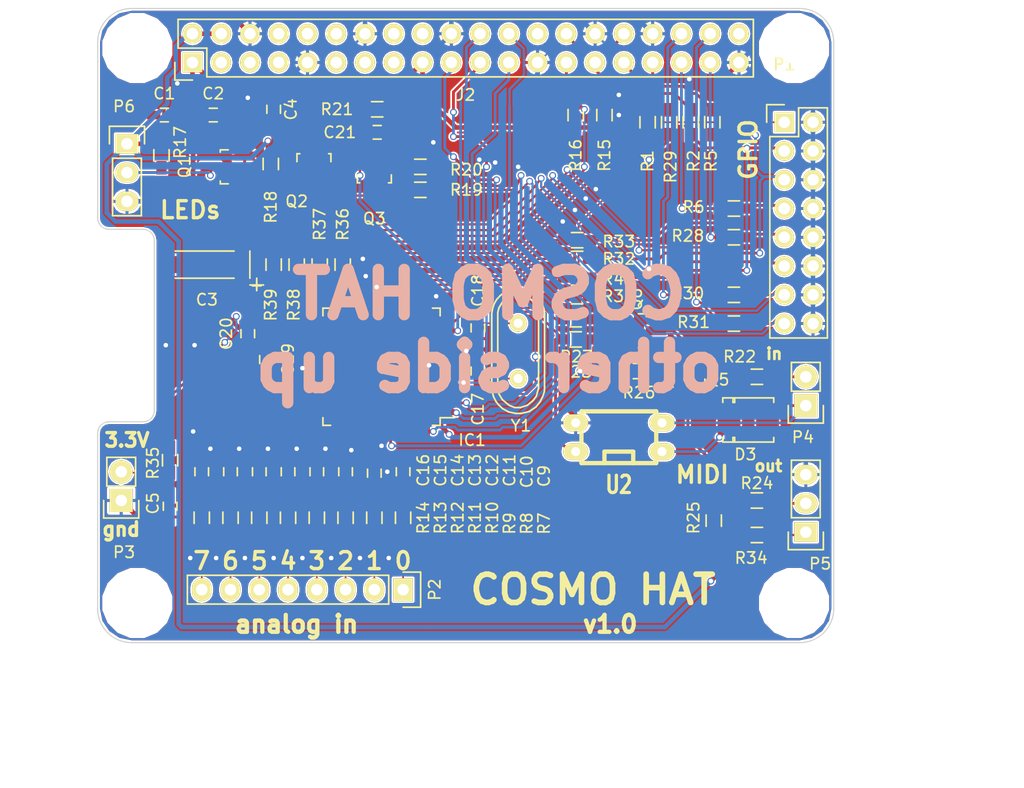
<source format=kicad_pcb>
(kicad_pcb (version 4) (host pcbnew "(2015-07-31 BZR 6030)-product")
  (layers (0 F.Cu signal) (31 B.Cu signal) (34 B.Paste user hide) (35 F.Paste user hide) (36 B.SilkS user) (37 F.SilkS user) (38 B.Mask user) (39 F.Mask user) (44 Edge.Cuts user))
  (net 0 "")
  (net 1 GND)
  (net 2 +3V3)
  (net 3 /RPi_GPIO/MOSI)
  (net 4 /RPi_GPIO/MISO)
  (net 5 /RPi_GPIO/SCLK)
  (net 6 /RPi_GPIO/CE0n)
  (net 7 "Net-(C9-Pad2)")
  (net 8 "Net-(C10-Pad2)")
  (net 9 "Net-(C11-Pad2)")
  (net 10 "Net-(C12-Pad2)")
  (net 11 "Net-(C13-Pad2)")
  (net 12 "Net-(C14-Pad2)")
  (net 13 "Net-(C15-Pad2)")
  (net 14 "Net-(C16-Pad2)")
  (net 15 "Net-(C17-Pad1)")
  (net 16 "Net-(C18-Pad1)")
  (net 17 "Net-(C19-Pad2)")
  (net 18 /RPi_GPIO/AVR_RST)
  (net 19 /RPi_GPIO/ID_SC)
  (net 20 /RPi_GPIO/ID_SD)
  (net 21 +5V)
  (net 22 "Net-(C21-Pad2)")
  (net 23 "Net-(Q2-Pad1)")
  (net 24 "Net-(D3-Pad2)")
  (net 25 "Net-(D3-Pad1)")
  (net 26 /RXD1)
  (net 27 /TXD1)
  (net 28 "Net-(P4-Pad2)")
  (net 29 "Net-(P5-Pad2)")
  (net 30 "Net-(Q5-Pad1)")
  (net 31 "Net-(Q5-Pad3)")
  (net 32 "Net-(Q6-Pad1)")
  (net 33 /WS2812/SPI_MOSI)
  (net 34 /RPi_GPIO/GPIO5)
  (net 35 /WS2812/SPI_CLK)
  (net 36 "Net-(P6-Pad2)")
  (net 37 "Net-(Q1-Pad1)")
  (net 38 /PD4)
  (net 39 /PD5)
  (net 40 /PD6)
  (net 41 /PD7)
  (net 42 /RPi_GPIO/GPIO6)
  (net 43 /RPi_GPIO/GPIO12)
  (net 44 /RPi_GPIO/GPIO13)
  (net 45 /RPi_GPIO/GPIO19)
  (net 46 /RPi_GPIO/GPIO16)
  (net 47 /RPi_GPIO/GPIO26)
  (net 48 /RPi_GPIO/GPIO20)
  (net 49 /PC2)
  (net 50 /PC3)
  (net 51 /PC4)
  (net 52 /PC5)
  (net 53 "Net-(P5-Pad1)")
  (net 54 "Net-(C5-Pad1)")
  (net 55 "Net-(P1-Pad1)")
  (net 56 "Net-(P1-Pad3)")
  (net 57 "Net-(P1-Pad5)")
  (net 58 "Net-(P1-Pad7)")
  (net 59 "Net-(P1-Pad9)")
  (net 60 "Net-(P1-Pad11)")
  (net 61 "Net-(P1-Pad13)")
  (net 62 "Net-(P1-Pad15)")
  (net 63 "Net-(P2-Pad1)")
  (net 64 "Net-(P2-Pad2)")
  (net 65 "Net-(P2-Pad3)")
  (net 66 "Net-(P2-Pad4)")
  (net 67 "Net-(P2-Pad5)")
  (net 68 "Net-(P2-Pad6)")
  (net 69 "Net-(P2-Pad7)")
  (net 70 "Net-(P2-Pad8)")
  (module RPi_Hat:Pin_Header_Straight_2x20 (layer F.Cu) (at 90.618 60.128 90)
    (fp_text reference J2 (at -4.134 -0.0035 360) (layer F.SilkS))
    (fp_text value RPi_GPIO)
    (pad 1 thru_hole rect (at -1.27 -24.13 90) (size 1.7272 1.7272) (drill 1.016) (layers *.Cu *.Mask F.SilkS) (net 2 +3V3))
    (pad 2 thru_hole oval (at 1.27 -24.13 90) (size 1.7272 1.7272) (drill 1.016) (layers *.Cu *.Mask F.SilkS) (net 21 +5V))
    (pad 3 thru_hole oval (at -1.27 -21.59 90) (size 1.7272 1.7272) (drill 1.016) (layers *.Cu *.Mask F.SilkS))
    (pad 4 thru_hole oval (at 1.27 -21.59 90) (size 1.7272 1.7272) (drill 1.016) (layers *.Cu *.Mask F.SilkS) (net 21 +5V))
    (pad 5 thru_hole oval (at -1.27 -19.05 90) (size 1.7272 1.7272) (drill 1.016) (layers *.Cu *.Mask F.SilkS))
    (pad 6 thru_hole oval (at 1.27 -19.05 90) (size 1.7272 1.7272) (drill 1.016) (layers *.Cu *.Mask F.SilkS) (net 1 GND))
    (pad 7 thru_hole oval (at -1.27 -16.51 90) (size 1.7272 1.7272) (drill 1.016) (layers *.Cu *.Mask F.SilkS))
    (pad 8 thru_hole oval (at 1.27 -16.51 90) (size 1.7272 1.7272) (drill 1.016) (layers *.Cu *.Mask F.SilkS))
    (pad 9 thru_hole oval (at -1.27 -13.97 90) (size 1.7272 1.7272) (drill 1.016) (layers *.Cu *.Mask F.SilkS) (net 1 GND))
    (pad 10 thru_hole oval (at 1.27 -13.97 90) (size 1.7272 1.7272) (drill 1.016) (layers *.Cu *.Mask F.SilkS))
    (pad 11 thru_hole oval (at -1.27 -11.43 90) (size 1.7272 1.7272) (drill 1.016) (layers *.Cu *.Mask F.SilkS))
    (pad 12 thru_hole oval (at 1.27 -11.43 90) (size 1.7272 1.7272) (drill 1.016) (layers *.Cu *.Mask F.SilkS))
    (pad 13 thru_hole oval (at -1.27 -8.89 90) (size 1.7272 1.7272) (drill 1.016) (layers *.Cu *.Mask F.SilkS))
    (pad 14 thru_hole oval (at 1.27 -8.89 90) (size 1.7272 1.7272) (drill 1.016) (layers *.Cu *.Mask F.SilkS) (net 1 GND))
    (pad 15 thru_hole oval (at -1.27 -6.35 90) (size 1.7272 1.7272) (drill 1.016) (layers *.Cu *.Mask F.SilkS))
    (pad 16 thru_hole oval (at 1.27 -6.35 90) (size 1.7272 1.7272) (drill 1.016) (layers *.Cu *.Mask F.SilkS))
    (pad 17 thru_hole oval (at -1.27 -3.81 90) (size 1.7272 1.7272) (drill 1.016) (layers *.Cu *.Mask F.SilkS) (net 2 +3V3))
    (pad 18 thru_hole oval (at 1.27 -3.81 90) (size 1.7272 1.7272) (drill 1.016) (layers *.Cu *.Mask F.SilkS))
    (pad 19 thru_hole oval (at -1.27 -1.27 90) (size 1.7272 1.7272) (drill 1.016) (layers *.Cu *.Mask F.SilkS) (net 3 /RPi_GPIO/MOSI))
    (pad 20 thru_hole oval (at 1.27 -1.27 90) (size 1.7272 1.7272) (drill 1.016) (layers *.Cu *.Mask F.SilkS) (net 1 GND))
    (pad 21 thru_hole oval (at -1.27 1.27 90) (size 1.7272 1.7272) (drill 1.016) (layers *.Cu *.Mask F.SilkS) (net 4 /RPi_GPIO/MISO))
    (pad 22 thru_hole oval (at 1.27 1.27 90) (size 1.7272 1.7272) (drill 1.016) (layers *.Cu *.Mask F.SilkS) (net 18 /RPi_GPIO/AVR_RST))
    (pad 23 thru_hole oval (at -1.27 3.81 90) (size 1.7272 1.7272) (drill 1.016) (layers *.Cu *.Mask F.SilkS) (net 5 /RPi_GPIO/SCLK))
    (pad 24 thru_hole oval (at 1.27 3.81 90) (size 1.7272 1.7272) (drill 1.016) (layers *.Cu *.Mask F.SilkS) (net 6 /RPi_GPIO/CE0n))
    (pad 25 thru_hole oval (at -1.27 6.35 90) (size 1.7272 1.7272) (drill 1.016) (layers *.Cu *.Mask F.SilkS) (net 1 GND))
    (pad 26 thru_hole oval (at 1.27 6.35 90) (size 1.7272 1.7272) (drill 1.016) (layers *.Cu *.Mask F.SilkS))
    (pad 27 thru_hole oval (at -1.27 8.89 90) (size 1.7272 1.7272) (drill 1.016) (layers *.Cu *.Mask F.SilkS) (net 20 /RPi_GPIO/ID_SD))
    (pad 28 thru_hole oval (at 1.27 8.89 90) (size 1.7272 1.7272) (drill 1.016) (layers *.Cu *.Mask F.SilkS) (net 19 /RPi_GPIO/ID_SC))
    (pad 29 thru_hole oval (at -1.27 11.43 90) (size 1.7272 1.7272) (drill 1.016) (layers *.Cu *.Mask F.SilkS) (net 34 /RPi_GPIO/GPIO5))
    (pad 30 thru_hole oval (at 1.27 11.43 90) (size 1.7272 1.7272) (drill 1.016) (layers *.Cu *.Mask F.SilkS) (net 1 GND))
    (pad 31 thru_hole oval (at -1.27 13.97 90) (size 1.7272 1.7272) (drill 1.016) (layers *.Cu *.Mask F.SilkS) (net 42 /RPi_GPIO/GPIO6))
    (pad 32 thru_hole oval (at 1.27 13.97 90) (size 1.7272 1.7272) (drill 1.016) (layers *.Cu *.Mask F.SilkS) (net 43 /RPi_GPIO/GPIO12))
    (pad 33 thru_hole oval (at -1.27 16.51 90) (size 1.7272 1.7272) (drill 1.016) (layers *.Cu *.Mask F.SilkS) (net 44 /RPi_GPIO/GPIO13))
    (pad 34 thru_hole oval (at 1.27 16.51 90) (size 1.7272 1.7272) (drill 1.016) (layers *.Cu *.Mask F.SilkS) (net 1 GND))
    (pad 35 thru_hole oval (at -1.27 19.05 90) (size 1.7272 1.7272) (drill 1.016) (layers *.Cu *.Mask F.SilkS) (net 45 /RPi_GPIO/GPIO19))
    (pad 36 thru_hole oval (at 1.27 19.05 90) (size 1.7272 1.7272) (drill 1.016) (layers *.Cu *.Mask F.SilkS) (net 46 /RPi_GPIO/GPIO16))
    (pad 37 thru_hole oval (at -1.27 21.59 90) (size 1.7272 1.7272) (drill 1.016) (layers *.Cu *.Mask F.SilkS) (net 47 /RPi_GPIO/GPIO26))
    (pad 38 thru_hole oval (at 1.27 21.59 90) (size 1.7272 1.7272) (drill 1.016) (layers *.Cu *.Mask F.SilkS) (net 48 /RPi_GPIO/GPIO20))
    (pad 39 thru_hole oval (at -1.27 24.13 90) (size 1.7272 1.7272) (drill 1.016) (layers *.Cu *.Mask F.SilkS) (net 1 GND))
    (pad 40 thru_hole oval (at 1.27 24.13 90) (size 1.7272 1.7272) (drill 1.016) (layers *.Cu *.Mask F.SilkS))
  )
  (module RPi_Hat:RPi_Hat_Mounting_Hole (layer F.Cu) (at 119.618 60.128)
    (fp_text reference "" hide)
    (fp_text value "" hide)
    (pad "" np_thru_hole circle (at 0 0) (size 2.75 2.75) (drill 2.75) (layers *.Cu *.Mask) (clearance 1.725))
  )
  (module RPi_Hat:RPi_Hat_Mounting_Hole (layer F.Cu) (at 119.618 109.128)
    (fp_text reference "" hide)
    (fp_text value "" hide)
    (pad "" np_thru_hole circle (at 0 0) (size 2.75 2.75) (drill 2.75) (layers *.Cu *.Mask) (clearance 1.725))
  )
  (module RPi_Hat:RPi_Hat_Mounting_Hole (layer F.Cu) (at 61.618 109.128)
    (fp_text reference "" hide)
    (fp_text value "" hide)
    (pad "" np_thru_hole circle (at 0 0) (size 2.75 2.75) (drill 2.75) (layers *.Cu *.Mask) (clearance 1.725))
  )
  (module RPi_Hat:RPi_Hat_Mounting_Hole (layer F.Cu) (at 61.618 60.128)
    (fp_text reference "" hide)
    (fp_text value "" hide)
    (pad "" np_thru_hole circle (at 0 0) (size 2.75 2.75) (drill 2.75) (layers *.Cu *.Mask) (clearance 1.725))
  )
  (module Housings_QFP:TQFP-44_10x10mm_Pitch0.8mm (layer F.Cu) (at 83.185 88.265 180)
    (fp_text reference IC1 (at -8.001 -6.477 180) (layer F.SilkS))
    (fp_text value ATMEGA1284P-A)
    (pad 1 smd rect (at -5.7 -4 180) (size 1.5 0.55) (layers F.Cu F.Paste F.Mask) (net 3 /RPi_GPIO/MOSI))
    (pad 2 smd rect (at -5.7 -3.2 180) (size 1.5 0.55) (layers F.Cu F.Paste F.Mask) (net 4 /RPi_GPIO/MISO))
    (pad 3 smd rect (at -5.7 -2.4 180) (size 1.5 0.55) (layers F.Cu F.Paste F.Mask) (net 5 /RPi_GPIO/SCLK))
    (pad 4 smd rect (at -5.7 -1.6 180) (size 1.5 0.55) (layers F.Cu F.Paste F.Mask) (net 18 /RPi_GPIO/AVR_RST))
    (pad 5 smd rect (at -5.7 -0.8 180) (size 1.5 0.55) (layers F.Cu F.Paste F.Mask) (net 2 +3V3))
    (pad 6 smd rect (at -5.7 0 180) (size 1.5 0.55) (layers F.Cu F.Paste F.Mask) (net 1 GND))
    (pad 7 smd rect (at -5.7 0.8 180) (size 1.5 0.55) (layers F.Cu F.Paste F.Mask) (net 15 "Net-(C17-Pad1)"))
    (pad 8 smd rect (at -5.7 1.6 180) (size 1.5 0.55) (layers F.Cu F.Paste F.Mask) (net 16 "Net-(C18-Pad1)"))
    (pad 9 smd rect (at -5.7 2.4 180) (size 1.5 0.55) (layers F.Cu F.Paste F.Mask))
    (pad 10 smd rect (at -5.7 3.2 180) (size 1.5 0.55) (layers F.Cu F.Paste F.Mask) (net 33 /WS2812/SPI_MOSI))
    (pad 11 smd rect (at -5.7 4 180) (size 1.5 0.55) (layers F.Cu F.Paste F.Mask) (net 26 /RXD1))
    (pad 12 smd rect (at -4 5.7 270) (size 1.5 0.55) (layers F.Cu F.Paste F.Mask) (net 27 /TXD1))
    (pad 13 smd rect (at -3.2 5.7 270) (size 1.5 0.55) (layers F.Cu F.Paste F.Mask) (net 38 /PD4))
    (pad 14 smd rect (at -2.4 5.7 270) (size 1.5 0.55) (layers F.Cu F.Paste F.Mask) (net 39 /PD5))
    (pad 15 smd rect (at -1.6 5.7 270) (size 1.5 0.55) (layers F.Cu F.Paste F.Mask) (net 40 /PD6))
    (pad 16 smd rect (at -0.8 5.7 270) (size 1.5 0.55) (layers F.Cu F.Paste F.Mask) (net 41 /PD7))
    (pad 17 smd rect (at 0 5.7 270) (size 1.5 0.55) (layers F.Cu F.Paste F.Mask) (net 2 +3V3))
    (pad 18 smd rect (at 0.8 5.7 270) (size 1.5 0.55) (layers F.Cu F.Paste F.Mask) (net 1 GND))
    (pad 19 smd rect (at 1.6 5.7 270) (size 1.5 0.55) (layers F.Cu F.Paste F.Mask) (net 19 /RPi_GPIO/ID_SC))
    (pad 20 smd rect (at 2.4 5.7 270) (size 1.5 0.55) (layers F.Cu F.Paste F.Mask) (net 20 /RPi_GPIO/ID_SD))
    (pad 21 smd rect (at 3.2 5.7 270) (size 1.5 0.55) (layers F.Cu F.Paste F.Mask) (net 49 /PC2))
    (pad 22 smd rect (at 4 5.7 270) (size 1.5 0.55) (layers F.Cu F.Paste F.Mask) (net 50 /PC3))
    (pad 23 smd rect (at 5.7 4 180) (size 1.5 0.55) (layers F.Cu F.Paste F.Mask) (net 51 /PC4))
    (pad 24 smd rect (at 5.7 3.2 180) (size 1.5 0.55) (layers F.Cu F.Paste F.Mask) (net 52 /PC5))
    (pad 25 smd rect (at 5.7 2.4 180) (size 1.5 0.55) (layers F.Cu F.Paste F.Mask))
    (pad 26 smd rect (at 5.7 1.6 180) (size 1.5 0.55) (layers F.Cu F.Paste F.Mask))
    (pad 27 smd rect (at 5.7 0.8 180) (size 1.5 0.55) (layers F.Cu F.Paste F.Mask) (net 2 +3V3))
    (pad 28 smd rect (at 5.7 0 180) (size 1.5 0.55) (layers F.Cu F.Paste F.Mask) (net 1 GND))
    (pad 29 smd rect (at 5.7 -0.8 180) (size 1.5 0.55) (layers F.Cu F.Paste F.Mask) (net 17 "Net-(C19-Pad2)"))
    (pad 30 smd rect (at 5.7 -1.6 180) (size 1.5 0.55) (layers F.Cu F.Paste F.Mask) (net 14 "Net-(C16-Pad2)"))
    (pad 31 smd rect (at 5.7 -2.4 180) (size 1.5 0.55) (layers F.Cu F.Paste F.Mask) (net 13 "Net-(C15-Pad2)"))
    (pad 32 smd rect (at 5.7 -3.2 180) (size 1.5 0.55) (layers F.Cu F.Paste F.Mask) (net 12 "Net-(C14-Pad2)"))
    (pad 33 smd rect (at 5.7 -4 180) (size 1.5 0.55) (layers F.Cu F.Paste F.Mask) (net 11 "Net-(C13-Pad2)"))
    (pad 34 smd rect (at 4 -5.7 270) (size 1.5 0.55) (layers F.Cu F.Paste F.Mask) (net 10 "Net-(C12-Pad2)"))
    (pad 35 smd rect (at 3.2 -5.7 270) (size 1.5 0.55) (layers F.Cu F.Paste F.Mask) (net 9 "Net-(C11-Pad2)"))
    (pad 36 smd rect (at 2.4 -5.7 270) (size 1.5 0.55) (layers F.Cu F.Paste F.Mask) (net 8 "Net-(C10-Pad2)"))
    (pad 37 smd rect (at 1.6 -5.7 270) (size 1.5 0.55) (layers F.Cu F.Paste F.Mask) (net 7 "Net-(C9-Pad2)"))
    (pad 38 smd rect (at 0.8 -5.7 270) (size 1.5 0.55) (layers F.Cu F.Paste F.Mask) (net 2 +3V3))
    (pad 39 smd rect (at 0 -5.7 270) (size 1.5 0.55) (layers F.Cu F.Paste F.Mask) (net 1 GND))
    (pad 40 smd rect (at -0.8 -5.7 270) (size 1.5 0.55) (layers F.Cu F.Paste F.Mask) (net 35 /WS2812/SPI_CLK))
    (pad 41 smd rect (at -1.6 -5.7 270) (size 1.5 0.55) (layers F.Cu F.Paste F.Mask))
    (pad 42 smd rect (at -2.4 -5.7 270) (size 1.5 0.55) (layers F.Cu F.Paste F.Mask))
    (pad 43 smd rect (at -3.2 -5.7 270) (size 1.5 0.55) (layers F.Cu F.Paste F.Mask))
    (pad 44 smd rect (at -4 -5.7 270) (size 1.5 0.55) (layers F.Cu F.Paste F.Mask) (net 6 /RPi_GPIO/CE0n))
  )
  (module Capacitors_SMD:C_0603_HandSoldering (layer F.Cu) (at 85.09 97.536 270)
    (fp_text reference C9 (at 0.381 -12.446 270) (layer F.SilkS))
    (fp_text value 100n)
    (pad 1 smd rect (at -0.95 0 270) (size 1.2 0.75) (layers F.Cu F.Paste F.Mask) (net 1 GND))
    (pad 2 smd rect (at 0.95 0 270) (size 1.2 0.75) (layers F.Cu F.Paste F.Mask) (net 7 "Net-(C9-Pad2)"))
  )
  (module Capacitors_SMD:C_0603_HandSoldering (layer F.Cu) (at 82.55 97.663 270)
    (fp_text reference C10 (at -0.127 -13.462 270) (layer F.SilkS))
    (fp_text value 100n)
    (pad 1 smd rect (at -0.95 0 270) (size 1.2 0.75) (layers F.Cu F.Paste F.Mask) (net 1 GND))
    (pad 2 smd rect (at 0.95 0 270) (size 1.2 0.75) (layers F.Cu F.Paste F.Mask) (net 8 "Net-(C10-Pad2)"))
  )
  (module Capacitors_SMD:C_0603_HandSoldering (layer F.Cu) (at 80.01 97.536 270)
    (fp_text reference C11 (at -0.127 -14.478 270) (layer F.SilkS))
    (fp_text value 100n)
    (pad 1 smd rect (at -0.95 0 270) (size 1.2 0.75) (layers F.Cu F.Paste F.Mask) (net 1 GND))
    (pad 2 smd rect (at 0.95 0 270) (size 1.2 0.75) (layers F.Cu F.Paste F.Mask) (net 9 "Net-(C11-Pad2)"))
  )
  (module Capacitors_SMD:C_0603_HandSoldering (layer F.Cu) (at 77.47 97.536 270)
    (fp_text reference C12 (at -0.127 -15.494 270) (layer F.SilkS))
    (fp_text value 100n)
    (pad 1 smd rect (at -0.95 0 270) (size 1.2 0.75) (layers F.Cu F.Paste F.Mask) (net 1 GND))
    (pad 2 smd rect (at 0.95 0 270) (size 1.2 0.75) (layers F.Cu F.Paste F.Mask) (net 10 "Net-(C12-Pad2)"))
  )
  (module Capacitors_SMD:C_0603_HandSoldering (layer F.Cu) (at 74.93 97.536 270)
    (fp_text reference C13 (at -0.127 -16.51 270) (layer F.SilkS))
    (fp_text value 100n)
    (pad 1 smd rect (at -0.95 0 270) (size 1.2 0.75) (layers F.Cu F.Paste F.Mask) (net 1 GND))
    (pad 2 smd rect (at 0.95 0 270) (size 1.2 0.75) (layers F.Cu F.Paste F.Mask) (net 11 "Net-(C13-Pad2)"))
  )
  (module Capacitors_SMD:C_0603_HandSoldering (layer F.Cu) (at 72.39 97.536 270)
    (fp_text reference C14 (at -0.127 -17.526 270) (layer F.SilkS))
    (fp_text value 100n)
    (pad 1 smd rect (at -0.95 0 270) (size 1.2 0.75) (layers F.Cu F.Paste F.Mask) (net 1 GND))
    (pad 2 smd rect (at 0.95 0 270) (size 1.2 0.75) (layers F.Cu F.Paste F.Mask) (net 12 "Net-(C14-Pad2)"))
  )
  (module Capacitors_SMD:C_0603_HandSoldering (layer F.Cu) (at 69.85 97.536 270)
    (fp_text reference C15 (at -0.127 -18.542 270) (layer F.SilkS))
    (fp_text value 100n)
    (pad 1 smd rect (at -0.95 0 270) (size 1.2 0.75) (layers F.Cu F.Paste F.Mask) (net 1 GND))
    (pad 2 smd rect (at 0.95 0 270) (size 1.2 0.75) (layers F.Cu F.Paste F.Mask) (net 13 "Net-(C15-Pad2)"))
  )
  (module Capacitors_SMD:C_0603_HandSoldering (layer F.Cu) (at 67.31 97.536 270)
    (fp_text reference C16 (at -0.127 -19.558 270) (layer F.SilkS))
    (fp_text value 100n)
    (pad 1 smd rect (at -0.95 0 270) (size 1.2 0.75) (layers F.Cu F.Paste F.Mask) (net 1 GND))
    (pad 2 smd rect (at 0.95 0 270) (size 1.2 0.75) (layers F.Cu F.Paste F.Mask) (net 14 "Net-(C16-Pad2)"))
  )
  (module Capacitors_SMD:C_0603_HandSoldering (layer F.Cu) (at 91.694 88.646 90)
    (fp_text reference C17 (at -3.3655 0 90) (layer F.SilkS))
    (fp_text value 22p)
    (pad 1 smd rect (at -0.95 0 90) (size 1.2 0.75) (layers F.Cu F.Paste F.Mask) (net 15 "Net-(C17-Pad1)"))
    (pad 2 smd rect (at 0.95 0 90) (size 1.2 0.75) (layers F.Cu F.Paste F.Mask) (net 1 GND))
  )
  (module Capacitors_SMD:C_0603_HandSoldering (layer F.Cu) (at 91.694 84.836 270)
    (fp_text reference C18 (at -3.302 0 270) (layer F.SilkS))
    (fp_text value 22p)
    (pad 1 smd rect (at -0.95 0 270) (size 1.2 0.75) (layers F.Cu F.Paste F.Mask) (net 16 "Net-(C18-Pad1)"))
    (pad 2 smd rect (at 0.95 0 270) (size 1.2 0.75) (layers F.Cu F.Paste F.Mask) (net 1 GND))
  )
  (module Capacitors_SMD:C_0603_HandSoldering (layer F.Cu) (at 73.025 87.63 270)
    (fp_text reference C19 (at 0 -1.9 270) (layer F.SilkS))
    (fp_text value 100n)
    (pad 1 smd rect (at -0.95 0 270) (size 1.2 0.75) (layers F.Cu F.Paste F.Mask) (net 1 GND))
    (pad 2 smd rect (at 0.95 0 270) (size 1.2 0.75) (layers F.Cu F.Paste F.Mask) (net 17 "Net-(C19-Pad2)"))
  )
  (module Capacitors_SMD:C_0603_HandSoldering (layer F.Cu) (at 71.374 85.344 90)
    (fp_text reference C20 (at 0 -1.9 90) (layer F.SilkS))
    (fp_text value 100n)
    (pad 1 smd rect (at -0.95 0 90) (size 1.2 0.75) (layers F.Cu F.Paste F.Mask) (net 1 GND))
    (pad 2 smd rect (at 0.95 0 90) (size 1.2 0.75) (layers F.Cu F.Paste F.Mask) (net 2 +3V3))
  )
  (module Resistors_SMD:R_0603_HandSoldering (layer F.Cu) (at 85.09 101.6 90)
    (fp_text reference R7 (at -0.508 12.446 90) (layer F.SilkS))
    (fp_text value 10k)
    (pad 1 smd rect (at -1.1 0 90) (size 1.2 0.9) (layers F.Cu F.Paste F.Mask) (net 63 "Net-(P2-Pad1)"))
    (pad 2 smd rect (at 1.1 0 90) (size 1.2 0.9) (layers F.Cu F.Paste F.Mask) (net 7 "Net-(C9-Pad2)"))
  )
  (module Resistors_SMD:R_0603_HandSoldering (layer F.Cu) (at 80.01 101.6 90)
    (fp_text reference R8 (at -0.508 16.002 90) (layer F.SilkS))
    (fp_text value 10k)
    (pad 1 smd rect (at -1.1 0 90) (size 1.2 0.9) (layers F.Cu F.Paste F.Mask) (net 65 "Net-(P2-Pad3)"))
    (pad 2 smd rect (at 1.1 0 90) (size 1.2 0.9) (layers F.Cu F.Paste F.Mask) (net 9 "Net-(C11-Pad2)"))
  )
  (module Resistors_SMD:R_0603_HandSoldering (layer F.Cu) (at 74.93 101.6 90)
    (fp_text reference R9 (at -0.508 19.558 90) (layer F.SilkS))
    (fp_text value 10k)
    (pad 1 smd rect (at -1.1 0 90) (size 1.2 0.9) (layers F.Cu F.Paste F.Mask) (net 67 "Net-(P2-Pad5)"))
    (pad 2 smd rect (at 1.1 0 90) (size 1.2 0.9) (layers F.Cu F.Paste F.Mask) (net 11 "Net-(C13-Pad2)"))
  )
  (module Resistors_SMD:R_0603_HandSoldering (layer F.Cu) (at 69.85 101.6 90)
    (fp_text reference R10 (at 0 23.114 90) (layer F.SilkS))
    (fp_text value 10k)
    (pad 1 smd rect (at -1.1 0 90) (size 1.2 0.9) (layers F.Cu F.Paste F.Mask) (net 69 "Net-(P2-Pad7)"))
    (pad 2 smd rect (at 1.1 0 90) (size 1.2 0.9) (layers F.Cu F.Paste F.Mask) (net 13 "Net-(C15-Pad2)"))
  )
  (module Resistors_SMD:R_0603_HandSoldering (layer F.Cu) (at 82.55 101.6 90)
    (fp_text reference R11 (at 0 8.89 90) (layer F.SilkS))
    (fp_text value 10k)
    (pad 1 smd rect (at -1.1 0 90) (size 1.2 0.9) (layers F.Cu F.Paste F.Mask) (net 64 "Net-(P2-Pad2)"))
    (pad 2 smd rect (at 1.1 0 90) (size 1.2 0.9) (layers F.Cu F.Paste F.Mask) (net 8 "Net-(C10-Pad2)"))
  )
  (module Resistors_SMD:R_0603_HandSoldering (layer F.Cu) (at 77.47 101.6 90)
    (fp_text reference R12 (at 0 12.446 90) (layer F.SilkS))
    (fp_text value 10k)
    (pad 1 smd rect (at -1.1 0 90) (size 1.2 0.9) (layers F.Cu F.Paste F.Mask) (net 66 "Net-(P2-Pad4)"))
    (pad 2 smd rect (at 1.1 0 90) (size 1.2 0.9) (layers F.Cu F.Paste F.Mask) (net 10 "Net-(C12-Pad2)"))
  )
  (module Resistors_SMD:R_0603_HandSoldering (layer F.Cu) (at 72.39 101.6 90)
    (fp_text reference R13 (at 0 16.002 90) (layer F.SilkS))
    (fp_text value 10k)
    (pad 1 smd rect (at -1.1 0 90) (size 1.2 0.9) (layers F.Cu F.Paste F.Mask) (net 68 "Net-(P2-Pad6)"))
    (pad 2 smd rect (at 1.1 0 90) (size 1.2 0.9) (layers F.Cu F.Paste F.Mask) (net 12 "Net-(C14-Pad2)"))
  )
  (module Resistors_SMD:R_0603_HandSoldering (layer F.Cu) (at 67.31 101.6 90)
    (fp_text reference R14 (at 0 19.558 90) (layer F.SilkS))
    (fp_text value 10k)
    (pad 1 smd rect (at -1.1 0 90) (size 1.2 0.9) (layers F.Cu F.Paste F.Mask) (net 70 "Net-(P2-Pad8)"))
    (pad 2 smd rect (at 1.1 0 90) (size 1.2 0.9) (layers F.Cu F.Paste F.Mask) (net 14 "Net-(C16-Pad2)"))
  )
  (module Resistors_SMD:R_0603_HandSoldering (layer F.Cu) (at 102.87 66.04 270)
    (fp_text reference R15 (at 3.556 0 270) (layer F.SilkS))
    (fp_text value 4.7k)
    (pad 1 smd rect (at -1.1 0 270) (size 1.2 0.9) (layers F.Cu F.Paste F.Mask) (net 19 /RPi_GPIO/ID_SC))
    (pad 2 smd rect (at 1.1 0 270) (size 1.2 0.9) (layers F.Cu F.Paste F.Mask) (net 2 +3V3))
  )
  (module Resistors_SMD:R_0603_HandSoldering (layer F.Cu) (at 100.33 66.04 270)
    (fp_text reference R16 (at 3.556 0 270) (layer F.SilkS))
    (fp_text value 4.7k)
    (pad 1 smd rect (at -1.1 0 270) (size 1.2 0.9) (layers F.Cu F.Paste F.Mask) (net 20 /RPi_GPIO/ID_SD))
    (pad 2 smd rect (at 1.1 0 270) (size 1.2 0.9) (layers F.Cu F.Paste F.Mask) (net 2 +3V3))
  )
  (module Capacitors_SMD:C_0603_HandSoldering (layer F.Cu) (at 82.804 67.564)
    (fp_text reference C21 (at -3.302 0) (layer F.SilkS))
    (fp_text value 220p)
    (pad 1 smd rect (at -0.95 0) (size 1.2 0.75) (layers F.Cu F.Paste F.Mask) (net 1 GND))
    (pad 2 smd rect (at 0.95 0) (size 1.2 0.75) (layers F.Cu F.Paste F.Mask) (net 22 "Net-(C21-Pad2)"))
  )
  (module Housings_SOT-23_SOT-143_TSOT-6:SOT-23_Handsoldering (layer F.Cu) (at 69.596 70.612 90)
    (fp_text reference Q1 (at 0 -3.81 90) (layer F.SilkS))
    (fp_text value S9013)
    (pad 1 smd rect (at -0.95 1.50114 90) (size 0.8001 1.80086) (layers F.Cu F.Paste F.Mask) (net 37 "Net-(Q1-Pad1)"))
    (pad 2 smd rect (at 0.95 1.50114 90) (size 0.8001 1.80086) (layers F.Cu F.Paste F.Mask) (net 1 GND))
    (pad 3 smd rect (at 0 -1.50114 90) (size 0.8001 1.80086) (layers F.Cu F.Paste F.Mask) (net 36 "Net-(P6-Pad2)"))
  )
  (module Resistors_SMD:R_0603_HandSoldering (layer F.Cu) (at 63.754 69.596 90)
    (fp_text reference R17 (at 1.143 1.651 90) (layer F.SilkS))
    (fp_text value 1k)
    (pad 1 smd rect (at -1.1 0 90) (size 1.2 0.9) (layers F.Cu F.Paste F.Mask) (net 36 "Net-(P6-Pad2)"))
    (pad 2 smd rect (at 1.1 0 90) (size 1.2 0.9) (layers F.Cu F.Paste F.Mask) (net 21 +5V))
  )
  (module Resistors_SMD:R_0603_HandSoldering (layer F.Cu) (at 73.406 70.358 90)
    (fp_text reference R18 (at -3.81 0 90) (layer F.SilkS))
    (fp_text value 10k)
    (pad 1 smd rect (at -1.1 0 90) (size 1.2 0.9) (layers F.Cu F.Paste F.Mask) (net 37 "Net-(Q1-Pad1)"))
    (pad 2 smd rect (at 1.1 0 90) (size 1.2 0.9) (layers F.Cu F.Paste F.Mask) (net 21 +5V))
  )
  (module Resistors_SMD:R_0603_HandSoldering (layer F.Cu) (at 86.614 72.644)
    (fp_text reference R19 (at 4.064 0) (layer F.SilkS))
    (fp_text value 1.5k)
    (pad 1 smd rect (at -1.1 0) (size 1.2 0.9) (layers F.Cu F.Paste F.Mask) (net 23 "Net-(Q2-Pad1)"))
    (pad 2 smd rect (at 1.1 0) (size 1.2 0.9) (layers F.Cu F.Paste F.Mask) (net 35 /WS2812/SPI_CLK))
  )
  (module Housings_SOT-23_SOT-143_TSOT-6:SOT-23_Handsoldering (layer F.Cu) (at 77.216 70.104)
    (fp_text reference Q2 (at -1.524 3.556) (layer F.SilkS))
    (fp_text value S9013)
    (pad 1 smd rect (at -0.95 1.50114) (size 0.8001 1.80086) (layers F.Cu F.Paste F.Mask) (net 23 "Net-(Q2-Pad1)"))
    (pad 2 smd rect (at 0.95 1.50114) (size 0.8001 1.80086) (layers F.Cu F.Paste F.Mask) (net 1 GND))
    (pad 3 smd rect (at 0 -1.50114) (size 0.8001 1.80086) (layers F.Cu F.Paste F.Mask) (net 37 "Net-(Q1-Pad1)"))
  )
  (module Housings_SOT-23_SOT-143_TSOT-6:SOT-23_Handsoldering (layer F.Cu) (at 82.55 71.374 180)
    (fp_text reference Q3 (at 0 -3.81 180) (layer F.SilkS))
    (fp_text value S9013)
    (pad 1 smd rect (at -0.95 1.50114 180) (size 0.8001 1.80086) (layers F.Cu F.Paste F.Mask) (net 22 "Net-(C21-Pad2)"))
    (pad 2 smd rect (at 0.95 1.50114 180) (size 0.8001 1.80086) (layers F.Cu F.Paste F.Mask) (net 33 /WS2812/SPI_MOSI))
    (pad 3 smd rect (at 0 -1.50114 180) (size 0.8001 1.80086) (layers F.Cu F.Paste F.Mask) (net 23 "Net-(Q2-Pad1)"))
  )
  (module Resistors_SMD:R_0603_HandSoldering (layer F.Cu) (at 86.614 70.612)
    (fp_text reference R20 (at 4.064 0.254) (layer F.SilkS))
    (fp_text value 4.7k)
    (pad 1 smd rect (at -1.1 0) (size 1.2 0.9) (layers F.Cu F.Paste F.Mask) (net 22 "Net-(C21-Pad2)"))
    (pad 2 smd rect (at 1.1 0) (size 1.2 0.9) (layers F.Cu F.Paste F.Mask) (net 35 /WS2812/SPI_CLK))
  )
  (module Resistors_SMD:R_0603_HandSoldering (layer F.Cu) (at 82.804 65.532)
    (fp_text reference R21 (at -3.556 0) (layer F.SilkS))
    (fp_text value 1.1k)
    (pad 1 smd rect (at -1.1 0) (size 1.2 0.9) (layers F.Cu F.Paste F.Mask) (net 1 GND))
    (pad 2 smd rect (at 1.1 0) (size 1.2 0.9) (layers F.Cu F.Paste F.Mask) (net 22 "Net-(C21-Pad2)"))
  )
  (module Diodes_SMD:Diode-DO-214BA (layer F.Cu) (at 115.57 92.964)
    (fp_text reference D3 (at -0.254 3.048) (layer F.SilkS))
    (fp_text value 1N4007)
    (pad 2 smd rect (at 1.7 0) (size 2 2.5) (layers F.Cu F.Paste F.Mask) (net 24 "Net-(D3-Pad2)"))
    (pad 1 smd rect (at -1.7 0) (size 2 2.5) (layers F.Cu F.Paste F.Mask) (net 25 "Net-(D3-Pad1)"))
  )
  (module Pin_Headers:Pin_Header_Straight_1x02 (layer F.Cu) (at 120.65 91.694 180)
    (fp_text reference P4 (at 0.254 -2.794 180) (layer F.SilkS))
    (fp_text value "MIDI IN")
    (pad 1 thru_hole rect (at 0 0 180) (size 2.032 2.032) (drill 1.016) (layers *.Cu *.Mask F.SilkS) (net 24 "Net-(D3-Pad2)"))
    (pad 2 thru_hole oval (at 0 2.54 180) (size 2.032 2.032) (drill 1.016) (layers *.Cu *.Mask F.SilkS) (net 28 "Net-(P4-Pad2)"))
  )
  (module Pin_Headers:Pin_Header_Straight_1x03 (layer F.Cu) (at 120.65 102.87 180)
    (fp_text reference P5 (at -1.27 -2.794 180) (layer F.SilkS))
    (fp_text value "MIDI OUT")
    (pad 1 thru_hole rect (at 0 0 180) (size 2.032 1.7272) (drill 1.016) (layers *.Cu *.Mask F.SilkS) (net 53 "Net-(P5-Pad1)"))
    (pad 2 thru_hole oval (at 0 2.54 180) (size 2.032 1.7272) (drill 1.016) (layers *.Cu *.Mask F.SilkS) (net 29 "Net-(P5-Pad2)"))
    (pad 3 thru_hole oval (at 0 5.08 180) (size 2.032 1.7272) (drill 1.016) (layers *.Cu *.Mask F.SilkS) (net 1 GND))
  )
  (module Housings_SOT-23_SOT-143_TSOT-6:SOT-23_Handsoldering (layer F.Cu) (at 110.236 89.408 180)
    (fp_text reference Q5 (at -2.667 0 180) (layer F.SilkS))
    (fp_text value S9013)
    (pad 1 smd rect (at -0.95 1.50114 180) (size 0.8001 1.80086) (layers F.Cu F.Paste F.Mask) (net 30 "Net-(Q5-Pad1)"))
    (pad 2 smd rect (at 0.95 1.50114 180) (size 0.8001 1.80086) (layers F.Cu F.Paste F.Mask) (net 1 GND))
    (pad 3 smd rect (at 0 -1.50114 180) (size 0.8001 1.80086) (layers F.Cu F.Paste F.Mask) (net 31 "Net-(Q5-Pad3)"))
  )
  (module Housings_SOT-23_SOT-143_TSOT-6:SOT-23_Handsoldering (layer F.Cu) (at 105.918 85.09 270)
    (fp_text reference Q6 (at -2.794 0.254 270) (layer F.SilkS))
    (fp_text value S9013)
    (pad 1 smd rect (at -0.95 1.50114 270) (size 0.8001 1.80086) (layers F.Cu F.Paste F.Mask) (net 32 "Net-(Q6-Pad1)"))
    (pad 2 smd rect (at 0.95 1.50114 270) (size 0.8001 1.80086) (layers F.Cu F.Paste F.Mask) (net 1 GND))
    (pad 3 smd rect (at 0 -1.50114 270) (size 0.8001 1.80086) (layers F.Cu F.Paste F.Mask) (net 30 "Net-(Q5-Pad1)"))
  )
  (module Resistors_SMD:R_0603_HandSoldering (layer F.Cu) (at 116.332 89.154 180)
    (fp_text reference R22 (at 1.524 1.778 180) (layer F.SilkS))
    (fp_text value 220)
    (pad 1 smd rect (at -1.1 0 180) (size 1.2 0.9) (layers F.Cu F.Paste F.Mask) (net 28 "Net-(P4-Pad2)"))
    (pad 2 smd rect (at 1.1 0 180) (size 1.2 0.9) (layers F.Cu F.Paste F.Mask) (net 25 "Net-(D3-Pad1)"))
  )
  (module Resistors_SMD:R_0603_HandSoldering (layer F.Cu) (at 100.33 85.852 180)
    (fp_text reference R23 (at 0 -2.8575 180) (layer F.SilkS))
    (fp_text value 1k)
    (pad 1 smd rect (at -1.1 0 180) (size 1.2 0.9) (layers F.Cu F.Paste F.Mask) (net 2 +3V3))
    (pad 2 smd rect (at 1.1 0 180) (size 1.2 0.9) (layers F.Cu F.Paste F.Mask) (net 26 /RXD1))
  )
  (module Resistors_SMD:R_0603_HandSoldering (layer F.Cu) (at 116.332 100.076 180)
    (fp_text reference R24 (at 0 1.524 180) (layer F.SilkS))
    (fp_text value 220)
    (pad 1 smd rect (at -1.1 0 180) (size 1.2 0.9) (layers F.Cu F.Paste F.Mask) (net 29 "Net-(P5-Pad2)"))
    (pad 2 smd rect (at 1.1 0 180) (size 1.2 0.9) (layers F.Cu F.Paste F.Mask) (net 31 "Net-(Q5-Pad3)"))
  )
  (module Resistors_SMD:R_0603_HandSoldering (layer F.Cu) (at 112.522 101.854 270)
    (fp_text reference R25 (at -0.254 1.778 270) (layer F.SilkS))
    (fp_text value 10k)
    (pad 1 smd rect (at -1.1 0 270) (size 1.2 0.9) (layers F.Cu F.Paste F.Mask) (net 31 "Net-(Q5-Pad3)"))
    (pad 2 smd rect (at 1.1 0 270) (size 1.2 0.9) (layers F.Cu F.Paste F.Mask) (net 21 +5V))
  )
  (module Resistors_SMD:R_0603_HandSoldering (layer F.Cu) (at 105.918 88.646 180)
    (fp_text reference R26 (at 0 -1.9 180) (layer F.SilkS))
    (fp_text value 10k)
    (pad 1 smd rect (at -1.1 0 180) (size 1.2 0.9) (layers F.Cu F.Paste F.Mask) (net 30 "Net-(Q5-Pad1)"))
    (pad 2 smd rect (at 1.1 0 180) (size 1.2 0.9) (layers F.Cu F.Paste F.Mask) (net 2 +3V3))
  )
  (module Resistors_SMD:R_0603_HandSoldering (layer F.Cu) (at 100.33 84.074 180)
    (fp_text reference R27 (at -0.0635 -3.302 180) (layer F.SilkS))
    (fp_text value 10k)
    (pad 1 smd rect (at -1.1 0 180) (size 1.2 0.9) (layers F.Cu F.Paste F.Mask) (net 32 "Net-(Q6-Pad1)"))
    (pad 2 smd rect (at 1.1 0 180) (size 1.2 0.9) (layers F.Cu F.Paste F.Mask) (net 27 /TXD1))
  )
  (module Pin_Headers:Pin_Header_Straight_1x03 (layer F.Cu) (at 60.706 68.58)
    (fp_text reference P6 (at -0.254 -3.302) (layer F.SilkS))
    (fp_text value ws2812)
    (pad 1 thru_hole rect (at 0 0) (size 2.032 1.7272) (drill 1.016) (layers *.Cu *.Mask F.SilkS) (net 21 +5V))
    (pad 2 thru_hole oval (at 0 2.54) (size 2.032 1.7272) (drill 1.016) (layers *.Cu *.Mask F.SilkS) (net 36 "Net-(P6-Pad2)"))
    (pad 3 thru_hole oval (at 0 5.08) (size 2.032 1.7272) (drill 1.016) (layers *.Cu *.Mask F.SilkS) (net 1 GND))
  )
  (module Resistors_SMD:R_0603_HandSoldering (layer F.Cu) (at 106.68 66.675 90)
    (fp_text reference R1 (at -3.429 0 90) (layer F.SilkS))
    (fp_text value 220)
    (pad 1 smd rect (at -1.1 0 90) (size 1.2 0.9) (layers F.Cu F.Paste F.Mask) (net 55 "Net-(P1-Pad1)"))
    (pad 2 smd rect (at 1.1 0 90) (size 1.2 0.9) (layers F.Cu F.Paste F.Mask) (net 34 /RPi_GPIO/GPIO5))
  )
  (module Resistors_SMD:R_0603_HandSoldering (layer F.Cu) (at 110.49 66.675 90)
    (fp_text reference R2 (at -3.429 0.254 90) (layer F.SilkS))
    (fp_text value 220)
    (pad 1 smd rect (at -1.1 0 90) (size 1.2 0.9) (layers F.Cu F.Paste F.Mask) (net 56 "Net-(P1-Pad3)"))
    (pad 2 smd rect (at 1.1 0 90) (size 1.2 0.9) (layers F.Cu F.Paste F.Mask) (net 42 /RPi_GPIO/GPIO6))
  )
  (module Resistors_SMD:R_0603_HandSoldering (layer F.Cu) (at 100.457 82.042 180)
    (fp_text reference R3 (at -3.175 0 180) (layer F.SilkS))
    (fp_text value 220)
    (pad 1 smd rect (at -1.1 0 180) (size 1.2 0.9) (layers F.Cu F.Paste F.Mask) (net 55 "Net-(P1-Pad1)"))
    (pad 2 smd rect (at 1.1 0 180) (size 1.2 0.9) (layers F.Cu F.Paste F.Mask) (net 38 /PD4))
  )
  (module Resistors_SMD:R_0603_HandSoldering (layer F.Cu) (at 100.457 80.391 180)
    (fp_text reference R4 (at -3.175 -0.127 180) (layer F.SilkS))
    (fp_text value 220)
    (pad 1 smd rect (at -1.1 0 180) (size 1.2 0.9) (layers F.Cu F.Paste F.Mask) (net 56 "Net-(P1-Pad3)"))
    (pad 2 smd rect (at 1.1 0 180) (size 1.2 0.9) (layers F.Cu F.Paste F.Mask) (net 39 /PD5))
  )
  (module Resistors_SMD:R_0603_HandSoldering (layer F.Cu) (at 112.395 66.675 90)
    (fp_text reference R5 (at -3.429 -0.127 90) (layer F.SilkS))
    (fp_text value 220)
    (pad 1 smd rect (at -1.1 0 90) (size 1.2 0.9) (layers F.Cu F.Paste F.Mask) (net 57 "Net-(P1-Pad5)"))
    (pad 2 smd rect (at 1.1 0 90) (size 1.2 0.9) (layers F.Cu F.Paste F.Mask) (net 44 /RPi_GPIO/GPIO13))
  )
  (module Resistors_SMD:R_0603_HandSoldering (layer F.Cu) (at 114.3 74.295 180)
    (fp_text reference R6 (at 3.556 0.127 180) (layer F.SilkS))
    (fp_text value 220)
    (pad 1 smd rect (at -1.1 0 180) (size 1.2 0.9) (layers F.Cu F.Paste F.Mask) (net 58 "Net-(P1-Pad7)"))
    (pad 2 smd rect (at 1.1 0 180) (size 1.2 0.9) (layers F.Cu F.Paste F.Mask) (net 45 /RPi_GPIO/GPIO19))
  )
  (module Resistors_SMD:R_0603_HandSoldering (layer F.Cu) (at 114.3 76.835 180)
    (fp_text reference R28 (at 4.064 0.127 180) (layer F.SilkS))
    (fp_text value 220)
    (pad 1 smd rect (at -1.1 0 180) (size 1.2 0.9) (layers F.Cu F.Paste F.Mask) (net 59 "Net-(P1-Pad9)"))
    (pad 2 smd rect (at 1.1 0 180) (size 1.2 0.9) (layers F.Cu F.Paste F.Mask) (net 47 /RPi_GPIO/GPIO26))
  )
  (module Resistors_SMD:R_0603_HandSoldering (layer F.Cu) (at 108.585 66.675 90)
    (fp_text reference R29 (at -3.937 0.127 90) (layer F.SilkS))
    (fp_text value 220)
    (pad 1 smd rect (at -1.1 0 90) (size 1.2 0.9) (layers F.Cu F.Paste F.Mask) (net 60 "Net-(P1-Pad11)"))
    (pad 2 smd rect (at 1.1 0 90) (size 1.2 0.9) (layers F.Cu F.Paste F.Mask) (net 43 /RPi_GPIO/GPIO12))
  )
  (module Resistors_SMD:R_0603_HandSoldering (layer F.Cu) (at 114.3 81.915 180)
    (fp_text reference R30 (at 4.064 0.127 180) (layer F.SilkS))
    (fp_text value 220)
    (pad 1 smd rect (at -1.1 0 180) (size 1.2 0.9) (layers F.Cu F.Paste F.Mask) (net 61 "Net-(P1-Pad13)"))
    (pad 2 smd rect (at 1.1 0 180) (size 1.2 0.9) (layers F.Cu F.Paste F.Mask) (net 46 /RPi_GPIO/GPIO16))
  )
  (module Resistors_SMD:R_0603_HandSoldering (layer F.Cu) (at 114.3 84.455 180)
    (fp_text reference R31 (at 3.556 0.127 180) (layer F.SilkS))
    (fp_text value 220)
    (pad 1 smd rect (at -1.1 0 180) (size 1.2 0.9) (layers F.Cu F.Paste F.Mask) (net 62 "Net-(P1-Pad15)"))
    (pad 2 smd rect (at 1.1 0 180) (size 1.2 0.9) (layers F.Cu F.Paste F.Mask) (net 48 /RPi_GPIO/GPIO20))
  )
  (module Resistors_SMD:R_0603_HandSoldering (layer F.Cu) (at 100.457 78.74 180)
    (fp_text reference R32 (at -3.683 0 180) (layer F.SilkS))
    (fp_text value 220)
    (pad 1 smd rect (at -1.1 0 180) (size 1.2 0.9) (layers F.Cu F.Paste F.Mask) (net 57 "Net-(P1-Pad5)"))
    (pad 2 smd rect (at 1.1 0 180) (size 1.2 0.9) (layers F.Cu F.Paste F.Mask) (net 40 /PD6))
  )
  (module Resistors_SMD:R_0603_HandSoldering (layer F.Cu) (at 100.457 77.089 180)
    (fp_text reference R33 (at -3.683 -0.127 180) (layer F.SilkS))
    (fp_text value 220)
    (pad 1 smd rect (at -1.1 0 180) (size 1.2 0.9) (layers F.Cu F.Paste F.Mask) (net 58 "Net-(P1-Pad7)"))
    (pad 2 smd rect (at 1.1 0 180) (size 1.2 0.9) (layers F.Cu F.Paste F.Mask) (net 41 /PD7))
  )
  (module Capacitors_SMD:C_0603_HandSoldering (layer F.Cu) (at 64.008 66.04)
    (fp_text reference C1 (at 0 -1.9) (layer F.SilkS))
    (fp_text value 1u)
    (pad 1 smd rect (at -0.95 0) (size 1.2 0.75) (layers F.Cu F.Paste F.Mask) (net 21 +5V))
    (pad 2 smd rect (at 0.95 0) (size 1.2 0.75) (layers F.Cu F.Paste F.Mask) (net 1 GND))
  )
  (module Capacitors_SMD:C_0603_HandSoldering (layer F.Cu) (at 68.326 66.04)
    (fp_text reference C2 (at 0 -1.9) (layer F.SilkS))
    (fp_text value 1u)
    (pad 1 smd rect (at -0.95 0) (size 1.2 0.75) (layers F.Cu F.Paste F.Mask) (net 2 +3V3))
    (pad 2 smd rect (at 0.95 0) (size 1.2 0.75) (layers F.Cu F.Paste F.Mask) (net 1 GND))
  )
  (module w_pth_circuits:dil_4-300 (layer F.Cu) (at 104.14 94.488 90)
    (fp_text reference U2 (at -4.191 0 180) (layer F.SilkS) (effects (font (size 1.524 1.143) (thickness 0.28702))))
    (fp_text value LTV-817 hide)
    (pad 1 thru_hole oval (at -1.27 3.81 90) (size 1.4986 2.1971) (drill 0.8001) (layers *.Cu *.Mask F.SilkS) (net 25 "Net-(D3-Pad1)"))
    (pad 2 thru_hole oval (at 1.27 3.81 90) (size 1.4986 2.1971) (drill 0.8001) (layers *.Cu *.Mask F.SilkS) (net 24 "Net-(D3-Pad2)"))
    (pad 3 thru_hole oval (at 1.27 -3.81 90) (size 1.49606 2.19456) (drill 0.8001) (layers *.Cu *.Mask F.SilkS) (net 1 GND))
    (pad 4 thru_hole oval (at -1.27 -3.81 90) (size 1.49606 2.19456) (drill 0.8001) (layers *.Cu *.Mask F.SilkS) (net 26 /RXD1))
  )
  (module Capacitors_Tantalum_SMD:TantalC_SizeA_EIA-3216_HandSoldering (layer F.Cu) (at 67.564 79.248 180)
    (fp_text reference C3 (at -0.20066 -3.0988 180) (layer F.SilkS))
    (fp_text value 10u)
    (fp_text user + (at -4.59994 -1.80086 180) (layer F.SilkS))
    (pad 2 smd rect (at 1.99898 0 180) (size 2.99974 1.50114) (layers F.Cu F.Paste F.Mask) (net 1 GND))
    (pad 1 smd rect (at -1.99898 0 180) (size 2.99974 1.50114) (layers F.Cu F.Paste F.Mask) (net 2 +3V3))
  )
  (module Capacitors_SMD:C_0603_HandSoldering (layer F.Cu) (at 73.66 65.532 90)
    (fp_text reference C4 (at 0 1.524 90) (layer F.SilkS))
    (fp_text value 100n)
    (pad 1 smd rect (at -0.95 0 90) (size 1.2 0.75) (layers F.Cu F.Paste F.Mask) (net 21 +5V))
    (pad 2 smd rect (at 0.95 0 90) (size 1.2 0.75) (layers F.Cu F.Paste F.Mask) (net 1 GND))
  )
  (module Resistors_SMD:R_0603_HandSoldering (layer F.Cu) (at 116.332 103.124 180)
    (fp_text reference R34 (at 0.508 -2.032 180) (layer F.SilkS))
    (fp_text value 220)
    (pad 1 smd rect (at -1.1 0 180) (size 1.2 0.9) (layers F.Cu F.Paste F.Mask) (net 53 "Net-(P5-Pad1)"))
    (pad 2 smd rect (at 1.1 0 180) (size 1.2 0.9) (layers F.Cu F.Paste F.Mask) (net 21 +5V))
  )
  (module Crystals:Crystal_HC49-U_Vertical (layer F.Cu) (at 95.25 86.868 90)
    (fp_text reference Y1 (at -6.604 0.254 180) (layer F.SilkS))
    (fp_text value Crystal)
    (pad 1 thru_hole circle (at -2.44094 0 90) (size 1.50114 1.50114) (drill 0.8001) (layers *.Cu *.Mask F.SilkS) (net 15 "Net-(C17-Pad1)"))
    (pad 2 thru_hole circle (at 2.44094 0 90) (size 1.50114 1.50114) (drill 0.8001) (layers *.Cu *.Mask F.SilkS) (net 16 "Net-(C18-Pad1)"))
  )
  (module Capacitors_SMD:C_0603_HandSoldering (layer F.Cu) (at 64.516 100.584 270)
    (fp_text reference C5 (at -0.254 1.524 270) (layer F.SilkS))
    (fp_text value 1u)
    (pad 1 smd rect (at -0.95 0 270) (size 1.2 0.75) (layers F.Cu F.Paste F.Mask) (net 54 "Net-(C5-Pad1)"))
    (pad 2 smd rect (at 0.95 0 270) (size 1.2 0.75) (layers F.Cu F.Paste F.Mask) (net 1 GND))
  )
  (module Resistors_SMD:R_0603_HandSoldering (layer F.Cu) (at 64.516 96.52 90)
    (fp_text reference R35 (at -0.254 -1.524 90) (layer F.SilkS))
    (fp_text value 220)
    (pad 1 smd rect (at -1.1 0 90) (size 1.2 0.9) (layers F.Cu F.Paste F.Mask) (net 54 "Net-(C5-Pad1)"))
    (pad 2 smd rect (at 1.1 0 90) (size 1.2 0.9) (layers F.Cu F.Paste F.Mask) (net 2 +3V3))
  )
  (module Resistors_SMD:R_0603_HandSoldering (layer F.Cu) (at 79.756 79.248 90)
    (fp_text reference R36 (at 3.556 0 90) (layer F.SilkS))
    (fp_text value 220)
    (pad 1 smd rect (at -1.1 0 90) (size 1.2 0.9) (layers F.Cu F.Paste F.Mask) (net 49 /PC2))
    (pad 2 smd rect (at 1.1 0 90) (size 1.2 0.9) (layers F.Cu F.Paste F.Mask) (net 59 "Net-(P1-Pad9)"))
  )
  (module Resistors_SMD:R_0603_HandSoldering (layer F.Cu) (at 77.724 79.248 90)
    (fp_text reference R37 (at 3.556 0 90) (layer F.SilkS))
    (fp_text value 220)
    (pad 1 smd rect (at -1.1 0 90) (size 1.2 0.9) (layers F.Cu F.Paste F.Mask) (net 50 /PC3))
    (pad 2 smd rect (at 1.1 0 90) (size 1.2 0.9) (layers F.Cu F.Paste F.Mask) (net 60 "Net-(P1-Pad11)"))
  )
  (module Resistors_SMD:R_0603_HandSoldering (layer F.Cu) (at 75.692 79.248 90)
    (fp_text reference R38 (at -3.556 -0.254 90) (layer F.SilkS))
    (fp_text value 220)
    (pad 1 smd rect (at -1.1 0 90) (size 1.2 0.9) (layers F.Cu F.Paste F.Mask) (net 51 /PC4))
    (pad 2 smd rect (at 1.1 0 90) (size 1.2 0.9) (layers F.Cu F.Paste F.Mask) (net 61 "Net-(P1-Pad13)"))
  )
  (module Resistors_SMD:R_0603_HandSoldering (layer F.Cu) (at 73.66 79.248 90)
    (fp_text reference R39 (at -3.556 -0.254 90) (layer F.SilkS))
    (fp_text value 220)
    (pad 1 smd rect (at -1.1 0 90) (size 1.2 0.9) (layers F.Cu F.Paste F.Mask) (net 52 /PC5))
    (pad 2 smd rect (at 1.1 0 90) (size 1.2 0.9) (layers F.Cu F.Paste F.Mask) (net 62 "Net-(P1-Pad15)"))
  )
  (module Pin_Headers:Pin_Header_Straight_2x08 (layer F.Cu) (at 118.745 66.675)
    (fp_text reference P1 (at 0 -5.1) (layer F.SilkS))
    (fp_text value GPIO)
    (pad 1 thru_hole rect (at 0 0) (size 1.7272 1.7272) (drill 1.016) (layers *.Cu *.Mask F.SilkS) (net 55 "Net-(P1-Pad1)"))
    (pad 2 thru_hole oval (at 2.54 0) (size 1.7272 1.7272) (drill 1.016) (layers *.Cu *.Mask F.SilkS) (net 1 GND))
    (pad 3 thru_hole oval (at 0 2.54) (size 1.7272 1.7272) (drill 1.016) (layers *.Cu *.Mask F.SilkS) (net 56 "Net-(P1-Pad3)"))
    (pad 4 thru_hole oval (at 2.54 2.54) (size 1.7272 1.7272) (drill 1.016) (layers *.Cu *.Mask F.SilkS) (net 1 GND))
    (pad 5 thru_hole oval (at 0 5.08) (size 1.7272 1.7272) (drill 1.016) (layers *.Cu *.Mask F.SilkS) (net 57 "Net-(P1-Pad5)"))
    (pad 6 thru_hole oval (at 2.54 5.08) (size 1.7272 1.7272) (drill 1.016) (layers *.Cu *.Mask F.SilkS) (net 1 GND))
    (pad 7 thru_hole oval (at 0 7.62) (size 1.7272 1.7272) (drill 1.016) (layers *.Cu *.Mask F.SilkS) (net 58 "Net-(P1-Pad7)"))
    (pad 8 thru_hole oval (at 2.54 7.62) (size 1.7272 1.7272) (drill 1.016) (layers *.Cu *.Mask F.SilkS) (net 1 GND))
    (pad 9 thru_hole oval (at 0 10.16) (size 1.7272 1.7272) (drill 1.016) (layers *.Cu *.Mask F.SilkS) (net 59 "Net-(P1-Pad9)"))
    (pad 10 thru_hole oval (at 2.54 10.16) (size 1.7272 1.7272) (drill 1.016) (layers *.Cu *.Mask F.SilkS) (net 1 GND))
    (pad 11 thru_hole oval (at 0 12.7) (size 1.7272 1.7272) (drill 1.016) (layers *.Cu *.Mask F.SilkS) (net 60 "Net-(P1-Pad11)"))
    (pad 12 thru_hole oval (at 2.54 12.7) (size 1.7272 1.7272) (drill 1.016) (layers *.Cu *.Mask F.SilkS) (net 1 GND))
    (pad 13 thru_hole oval (at 0 15.24) (size 1.7272 1.7272) (drill 1.016) (layers *.Cu *.Mask F.SilkS) (net 61 "Net-(P1-Pad13)"))
    (pad 14 thru_hole oval (at 2.54 15.24) (size 1.7272 1.7272) (drill 1.016) (layers *.Cu *.Mask F.SilkS) (net 1 GND))
    (pad 15 thru_hole oval (at 0 17.78) (size 1.7272 1.7272) (drill 1.016) (layers *.Cu *.Mask F.SilkS) (net 62 "Net-(P1-Pad15)"))
    (pad 16 thru_hole oval (at 2.54 17.78) (size 1.7272 1.7272) (drill 1.016) (layers *.Cu *.Mask F.SilkS) (net 1 GND))
  )
  (module Pin_Headers:Pin_Header_Straight_1x08 (layer F.Cu) (at 85.09 107.95 270)
    (fp_text reference P2 (at 0 -2.794 270) (layer F.SilkS))
    (fp_text value ADC)
    (pad 1 thru_hole rect (at 0 0 270) (size 2.032 1.7272) (drill 1.016) (layers *.Cu *.Mask F.SilkS) (net 63 "Net-(P2-Pad1)"))
    (pad 2 thru_hole oval (at 0 2.54 270) (size 2.032 1.7272) (drill 1.016) (layers *.Cu *.Mask F.SilkS) (net 64 "Net-(P2-Pad2)"))
    (pad 3 thru_hole oval (at 0 5.08 270) (size 2.032 1.7272) (drill 1.016) (layers *.Cu *.Mask F.SilkS) (net 65 "Net-(P2-Pad3)"))
    (pad 4 thru_hole oval (at 0 7.62 270) (size 2.032 1.7272) (drill 1.016) (layers *.Cu *.Mask F.SilkS) (net 66 "Net-(P2-Pad4)"))
    (pad 5 thru_hole oval (at 0 10.16 270) (size 2.032 1.7272) (drill 1.016) (layers *.Cu *.Mask F.SilkS) (net 67 "Net-(P2-Pad5)"))
    (pad 6 thru_hole oval (at 0 12.7 270) (size 2.032 1.7272) (drill 1.016) (layers *.Cu *.Mask F.SilkS) (net 68 "Net-(P2-Pad6)"))
    (pad 7 thru_hole oval (at 0 15.24 270) (size 2.032 1.7272) (drill 1.016) (layers *.Cu *.Mask F.SilkS) (net 69 "Net-(P2-Pad7)"))
    (pad 8 thru_hole oval (at 0 17.78 270) (size 2.032 1.7272) (drill 1.016) (layers *.Cu *.Mask F.SilkS) (net 70 "Net-(P2-Pad8)"))
  )
  (module Pin_Headers:Pin_Header_Straight_1x02 (layer F.Cu) (at 60.198 100.076 180)
    (fp_text reference P3 (at -0.254 -4.572 180) (layer F.SilkS))
    (fp_text value APWR)
    (pad 1 thru_hole rect (at 0 0 180) (size 2.032 2.032) (drill 1.016) (layers *.Cu *.Mask F.SilkS) (net 1 GND))
    (pad 2 thru_hole oval (at 0 2.54 180) (size 2.032 2.032) (drill 1.016) (layers *.Cu *.Mask F.SilkS) (net 54 "Net-(C5-Pad1)"))
  )
  (gr_text 3.3V (at 60.706 94.742) (layer F.SilkS) (effects (font (size 1.2 1.2) (thickness 0.3))))
  (gr_text gnd (at 60.198 102.616) (layer F.SilkS) (effects (font (size 1.2 1.2) (thickness 0.3))))
  (gr_text 7 (at 67.31 105.41) (layer F.SilkS) (effects (font (size 1.5 1.5) (thickness 0.3))))
  (gr_text 6 (at 69.85 105.41) (layer F.SilkS) (effects (font (size 1.5 1.5) (thickness 0.3))))
  (gr_text 5 (at 72.39 105.41) (layer F.SilkS) (effects (font (size 1.5 1.5) (thickness 0.3))))
  (gr_text 4 (at 74.93 105.41) (layer F.SilkS) (effects (font (size 1.5 1.5) (thickness 0.3))))
  (gr_text 3 (at 77.47 105.41) (layer F.SilkS) (effects (font (size 1.5 1.5) (thickness 0.3))))
  (gr_text 2 (at 80.01 105.41) (layer F.SilkS) (effects (font (size 1.5 1.5) (thickness 0.3))))
  (gr_text 1 (at 82.55 105.41) (layer F.SilkS) (effects (font (size 1.5 1.5) (thickness 0.3))))
  (gr_text 0 (at 85.09 105.41) (layer F.SilkS) (effects (font (size 1.5 1.5) (thickness 0.3))))
  (gr_text out (at 117.348 97.028) (layer F.SilkS) (effects (font (size 1 1) (thickness 0.25))))
  (gr_text in (at 117.856 87.122) (layer F.SilkS) (effects (font (size 1 1) (thickness 0.25))))
  (gr_text MIDI (at 111.506 97.79) (layer F.SilkS) (effects (font (size 1.5 1.5) (thickness 0.3))))
  (gr_text LEDs (at 66.294 74.422) (layer F.SilkS) (effects (font (size 1.5 1.5) (thickness 0.3))))
  (gr_text GPIO (at 115.57 69.088 90) (layer F.SilkS) (effects (font (size 1.5 1.5) (thickness 0.3))))
  (gr_text "analog in" (at 75.692 110.998) (layer F.SilkS) (effects (font (size 1.5 1.5) (thickness 0.375))))
  (gr_text "COSMO HAT\nother side up" (at 92.71 85.09) (layer B.SilkS) (effects (font (size 4 4) (thickness 1)) (justify mirror)))
  (gr_text v1.0 (at 103.378 110.998) (layer F.SilkS) (effects (font (size 1.5 1.5) (thickness 0.375))))
  (gr_text "COSMO HAT" (at 101.854 107.95) (layer F.SilkS) (effects (font (size 2.5 2.5) (thickness 0.5))))
  (gr_line (start 123.11888 109.6264) (end 123.11888 59.63158) (angle 90) (layer Edge.Cuts) (width 0.1))
  (gr_line (start 58.125 75.125) (end 58.125 59.625) (angle 90) (layer Edge.Cuts) (width 0.1))
  (gr_arc (start 120.118 59.628) (end 120.118 56.628) (angle 90) (layer Edge.Cuts) (width 0.1))
  (gr_line (start 61.118 56.628) (end 120.118 56.628) (angle 90) (layer Edge.Cuts) (width 0.1))
  (gr_arc (start 61.118 59.628) (end 58.118 59.628) (angle 90) (layer Edge.Cuts) (width 0.1))
  (gr_arc (start 59.118 94.128) (end 58.118 94.128) (angle 90) (layer Edge.Cuts) (width 0.1))
  (gr_arc (start 62.118 92.128) (end 63.118 92.128) (angle 90) (layer Edge.Cuts) (width 0.1))
  (gr_arc (start 62.118 77.128) (end 62.118 76.128) (angle 90) (layer Edge.Cuts) (width 0.1))
  (gr_arc (start 59.118 75.128) (end 59.118 76.128) (angle 90) (layer Edge.Cuts) (width 0.1))
  (gr_arc (start 120.118 109.628) (end 123.118 109.628) (angle 90) (layer Edge.Cuts) (width 0.1))
  (gr_arc (start 61.118 109.628) (end 61.118 112.628) (angle 90) (layer Edge.Cuts) (width 0.1))
  (gr_line (start 58.118 94.128) (end 58.118 109.628) (layer Edge.Cuts) (width 0.1))
  (gr_line (start 59.118 93.128) (end 62.118 93.128) (layer Edge.Cuts) (width 0.1))
  (gr_line (start 59.118 76.128) (end 62.118 76.128) (layer Edge.Cuts) (width 0.1))
  (gr_line (start 63.118 77.128) (end 63.118 92.128) (layer Edge.Cuts) (width 0.1))
  (gr_line (start 61.118 112.628) (end 120.118 112.628) (angle 90) (layer Edge.Cuts) (width 0.1))
  (segment (start 96.968 61.398) (end 97.0345 61.398) (width 0.1524) (layer B.Cu) (net 1))
  (segment (start 97.0345 61.398) (end 98.2345 60.198) (width 0.1524) (layer B.Cu) (net 1))
  (segment (start 98.2345 60.198) (end 98.2345 57.15) (width 0.1524) (layer B.Cu) (net 1))
  (segment (start 64.516 101.534) (end 64.516 103.378) (width 0.4) (layer F.Cu) (net 1))
  (segment (start 64.516 103.378) (end 66.294 105.156) (width 0.4) (layer F.Cu) (net 1))
  (segment (start 64.516 101.534) (end 61.656 101.534) (width 0.4) (layer F.Cu) (net 1))
  (segment (start 61.656 101.534) (end 60.198 100.076) (width 0.4) (layer F.Cu) (net 1))
  (segment (start 121.285 84.455) (end 121.285 81.915) (width 0.4) (layer B.Cu) (net 1))
  (segment (start 121.285 81.915) (end 121.285 79.375) (width 0.4) (layer B.Cu) (net 1))
  (segment (start 121.285 79.375) (end 121.285 76.835) (width 0.4) (layer B.Cu) (net 1))
  (segment (start 121.285 76.835) (end 121.285 74.295) (width 0.4) (layer B.Cu) (net 1))
  (segment (start 121.285 74.295) (end 121.285 71.755) (width 0.4) (layer B.Cu) (net 1))
  (segment (start 121.285 71.755) (end 121.285 69.215) (width 0.4) (layer B.Cu) (net 1))
  (segment (start 121.285 69.215) (end 121.285 66.675) (width 0.4) (layer B.Cu) (net 1))
  (segment (start 120.65 97.79) (end 120.65 96.012) (width 0.4) (layer B.Cu) (net 1))
  (segment (start 120.65 96.012) (end 122.428 94.234) (width 0.4) (layer B.Cu) (net 1))
  (segment (start 122.428 94.234) (end 122.428 85.598) (width 0.4) (layer B.Cu) (net 1))
  (segment (start 122.428 85.598) (end 121.285 84.455) (width 0.4) (layer B.Cu) (net 1))
  (segment (start 114.748 61.398) (end 114.992 61.398) (width 0.4) (layer B.Cu) (net 1))
  (segment (start 114.992 61.398) (end 117.856 64.262) (width 0.4) (layer B.Cu) (net 1))
  (segment (start 117.856 64.262) (end 120.65 64.262) (width 0.4) (layer B.Cu) (net 1))
  (segment (start 120.65 64.262) (end 121.285 64.897) (width 0.4) (layer B.Cu) (net 1))
  (segment (start 121.285 64.897) (end 121.285 66.675) (width 0.4) (layer B.Cu) (net 1))
  (segment (start 81.28 105.156) (end 83.82 105.156) (width 0.4) (layer B.Cu) (net 1))
  (via (at 83.82 105.156) (size 0.6) (drill 0.4) (layers F.Cu B.Cu) (net 1))
  (segment (start 83.82 105.156) (end 83.82 104.648) (width 0.4) (layer F.Cu) (net 1))
  (segment (start 78.74 105.156) (end 81.28 105.156) (width 0.4) (layer B.Cu) (net 1))
  (via (at 81.28 105.156) (size 0.6) (drill 0.4) (layers F.Cu B.Cu) (net 1))
  (segment (start 81.28 105.156) (end 81.28 104.648) (width 0.4) (layer F.Cu) (net 1))
  (segment (start 76.2 105.156) (end 78.74 105.156) (width 0.4) (layer B.Cu) (net 1))
  (via (at 78.74 105.156) (size 0.6) (drill 0.4) (layers F.Cu B.Cu) (net 1))
  (segment (start 78.74 105.156) (end 78.74 104.648) (width 0.4) (layer F.Cu) (net 1))
  (segment (start 73.66 105.156) (end 76.2 105.156) (width 0.4) (layer B.Cu) (net 1))
  (via (at 76.2 105.156) (size 0.6) (drill 0.4) (layers F.Cu B.Cu) (net 1))
  (segment (start 76.2 105.156) (end 76.2 104.648) (width 0.4) (layer F.Cu) (net 1))
  (segment (start 71.12 105.156) (end 73.66 105.156) (width 0.4) (layer B.Cu) (net 1))
  (via (at 73.66 105.156) (size 0.6) (drill 0.4) (layers F.Cu B.Cu) (net 1))
  (segment (start 73.66 105.156) (end 73.66 104.648) (width 0.4) (layer F.Cu) (net 1))
  (segment (start 68.58 105.156) (end 71.12 105.156) (width 0.4) (layer B.Cu) (net 1))
  (via (at 71.12 105.156) (size 0.6) (drill 0.4) (layers F.Cu B.Cu) (net 1))
  (segment (start 71.12 105.156) (end 71.12 104.648) (width 0.4) (layer F.Cu) (net 1))
  (segment (start 66.294 105.156) (end 68.58 105.156) (width 0.4) (layer B.Cu) (net 1))
  (via (at 68.58 105.156) (size 0.6) (drill 0.4) (layers F.Cu B.Cu) (net 1))
  (segment (start 68.58 105.156) (end 68.58 104.648) (width 0.4) (layer F.Cu) (net 1))
  (segment (start 66.04 95.885) (end 66.04 104.902) (width 0.4) (layer B.Cu) (net 1))
  (segment (start 66.04 104.902) (end 66.294 105.156) (width 0.4) (layer B.Cu) (net 1))
  (via (at 66.294 105.156) (size 0.6) (drill 0.4) (layers F.Cu B.Cu) (net 1))
  (segment (start 66.294 105.156) (end 66.548 104.902) (width 0.4) (layer F.Cu) (net 1))
  (segment (start 66.548 104.902) (end 66.548 104.648) (width 0.4) (layer F.Cu) (net 1))
  (segment (start 88.138 82.042) (end 88.138 81.28) (width 0.2) (layer B.Cu) (net 1))
  (segment (start 88.138 81.28) (end 80.772 73.914) (width 0.2) (layer B.Cu) (net 1))
  (segment (start 80.772 73.914) (end 80.772 71.882) (width 0.2) (layer B.Cu) (net 1))
  (segment (start 80.772 71.882) (end 80.518 71.628) (width 0.2) (layer B.Cu) (net 1))
  (segment (start 80.518 71.628) (end 80.518 60.068) (width 0.2) (layer B.Cu) (net 1))
  (segment (start 80.518 60.068) (end 81.728 58.858) (width 0.2) (layer B.Cu) (net 1))
  (segment (start 100.2665 74.422) (end 99.8855 75.3745) (width 0.2) (layer F.Cu) (net 1))
  (segment (start 99.8855 75.3745) (end 99.187 75.438) (width 0.2) (layer F.Cu) (net 1))
  (via (at 99.187 75.438) (size 0.6) (layers F.Cu B.Cu) (net 1))
  (segment (start 99.187 75.438) (end 99.3775 75.6285) (width 0.2) (layer B.Cu) (net 1))
  (segment (start 99.3775 75.6285) (end 100.0125 75.946) (width 0.2) (layer B.Cu) (net 1))
  (segment (start 101.219 73.406) (end 100.2665 74.422) (width 0.2) (layer F.Cu) (net 1))
  (via (at 100.2665 74.422) (size 0.6) (layers F.Cu B.Cu) (net 1))
  (segment (start 100.2665 74.422) (end 100.7745 74.9935) (width 0.2) (layer B.Cu) (net 1))
  (segment (start 104.14 66.04) (end 104.14 72.644) (width 0.2) (layer B.Cu) (net 1))
  (segment (start 104.14 72.644) (end 102.108 72.5805) (width 0.2) (layer B.Cu) (net 1))
  (via (at 102.108 72.5805) (size 0.6) (layers F.Cu B.Cu) (net 1))
  (segment (start 102.108 72.5805) (end 101.473 73.406) (width 0.2) (layer F.Cu) (net 1))
  (segment (start 101.473 73.406) (end 101.219 73.406) (width 0.2) (layer F.Cu) (net 1))
  (via (at 101.219 73.406) (size 0.6) (layers F.Cu B.Cu) (net 1))
  (segment (start 101.219 73.406) (end 102.616 74.93) (width 0.2) (layer B.Cu) (net 1))
  (segment (start 104.14 66.04) (end 104.14 67.818) (width 0.2) (layer F.Cu) (net 1))
  (segment (start 104.14 67.818) (end 102.108 69.85) (width 0.2) (layer F.Cu) (net 1))
  (segment (start 102.108 69.85) (end 100.838 69.85) (width 0.2) (layer F.Cu) (net 1))
  (segment (start 100.838 69.85) (end 100.33 70.358) (width 0.2) (layer F.Cu) (net 1))
  (segment (start 100.33 70.358) (end 100.33 71.129628) (width 0.2) (layer F.Cu) (net 1))
  (segment (start 100.33 71.129628) (end 93.735628 77.724) (width 0.2) (layer F.Cu) (net 1))
  (segment (start 93.735628 77.724) (end 83.058 77.724) (width 0.2) (layer F.Cu) (net 1))
  (segment (start 83.058 77.724) (end 82.042 78.74) (width 0.2) (layer F.Cu) (net 1))
  (segment (start 82.042 78.74) (end 81.534 78.74) (width 0.2) (layer F.Cu) (net 1))
  (via (at 81.534 78.74) (size 0.6) (layers F.Cu B.Cu) (net 1))
  (segment (start 81.534 78.74) (end 81.788 78.994) (width 0.2) (layer B.Cu) (net 1))
  (segment (start 81.788 78.994) (end 81.788 80.264) (width 0.2) (layer B.Cu) (net 1))
  (via (at 81.788 80.264) (size 0.6) (layers F.Cu B.Cu) (net 1))
  (segment (start 104.394 66.294) (end 104.14 66.04) (width 0.2) (layer F.Cu) (net 1))
  (segment (start 104.394 68.326) (end 104.394 66.294) (width 0.2) (layer F.Cu) (net 1))
  (segment (start 93.98 78.74) (end 104.394 68.326) (width 0.2) (layer F.Cu) (net 1))
  (segment (start 83.566 78.74) (end 93.98 78.74) (width 0.2) (layer F.Cu) (net 1))
  (segment (start 82.296 80.01) (end 83.566 78.74) (width 0.2) (layer F.Cu) (net 1))
  (segment (start 82.042 80.01) (end 82.296 80.01) (width 0.2) (layer F.Cu) (net 1))
  (segment (start 81.788 80.264) (end 82.042 80.01) (width 0.2) (layer F.Cu) (net 1))
  (segment (start 73.66 64.582) (end 80.754 64.582) (width 0.2) (layer F.Cu) (net 1))
  (segment (start 80.754 64.582) (end 81.704 65.532) (width 0.2) (layer F.Cu) (net 1))
  (segment (start 78.166 71.60514) (end 78.166 71.252) (width 0.2) (layer F.Cu) (net 1))
  (segment (start 78.166 71.252) (end 81.704 67.714) (width 0.2) (layer F.Cu) (net 1))
  (segment (start 81.704 67.714) (end 81.704 65.532) (width 0.2) (layer F.Cu) (net 1))
  (segment (start 80.518 95.631) (end 82.804 95.631) (width 0.2) (layer B.Cu) (net 1))
  (segment (start 82.804 95.631) (end 83.185 95.25) (width 0.2) (layer B.Cu) (net 1))
  (segment (start 78.232 95.504) (end 80.391 95.504) (width 0.2) (layer B.Cu) (net 1))
  (segment (start 80.518 95.631) (end 80.01 96.139) (width 0.2) (layer F.Cu) (net 1))
  (via (at 80.518 95.631) (size 0.6) (layers F.Cu B.Cu) (net 1))
  (segment (start 80.391 95.504) (end 80.518 95.631) (width 0.2) (layer B.Cu) (net 1))
  (segment (start 80.01 96.139) (end 80.01 96.586) (width 0.2) (layer F.Cu) (net 1))
  (segment (start 82.55 96.713) (end 82.87 96.713) (width 0.2) (layer F.Cu) (net 1))
  (segment (start 82.87 96.713) (end 83.693 97.536) (width 0.2) (layer F.Cu) (net 1))
  (segment (start 83.185 97.028) (end 83.185 95.25) (width 0.2) (layer B.Cu) (net 1))
  (segment (start 83.693 97.536) (end 83.185 97.028) (width 0.2) (layer B.Cu) (net 1))
  (via (at 83.693 97.536) (size 0.6) (layers F.Cu B.Cu) (net 1))
  (segment (start 85.217 96.012) (end 85.217 96.586) (width 0.2) (layer F.Cu) (net 1))
  (segment (start 85.217 96.586) (end 85.09 96.713) (width 0.2) (layer F.Cu) (net 1))
  (segment (start 83.185 95.25) (end 83.82 95.885) (width 0.2) (layer F.Cu) (net 1))
  (segment (start 83.82 95.885) (end 84.262 95.885) (width 0.2) (layer F.Cu) (net 1))
  (segment (start 84.262 95.885) (end 85.09 96.713) (width 0.2) (layer F.Cu) (net 1))
  (segment (start 85.09 96.713) (end 85.09 96.012) (width 0.2) (layer F.Cu) (net 1))
  (segment (start 85.09 96.012) (end 85.217 96.012) (width 0.4) (layer F.Cu) (net 1))
  (segment (start 66.04 94.996) (end 66.04 94.488) (width 0.2) (layer B.Cu) (net 1))
  (segment (start 66.548 93.98) (end 66.04 93.98) (width 0.2) (layer F.Cu) (net 1))
  (via (at 66.548 93.98) (size 0.6) (layers F.Cu B.Cu) (net 1))
  (segment (start 66.04 94.488) (end 66.548 93.98) (width 0.2) (layer B.Cu) (net 1))
  (segment (start 66.04 86.36) (end 66.675 86.36) (width 0.2) (layer B.Cu) (net 1))
  (segment (start 64.135 86.36) (end 64.135 86.995) (width 0.2) (layer B.Cu) (net 1))
  (via (at 64.135 86.36) (size 0.6) (layers F.Cu B.Cu) (net 1))
  (segment (start 66.675 86.36) (end 64.135 86.36) (width 0.2) (layer F.Cu) (net 1))
  (via (at 66.675 86.36) (size 0.6) (layers F.Cu B.Cu) (net 1))
  (segment (start 68.072 95.504) (end 66.04 96.012) (width 0.2) (layer B.Cu) (net 1))
  (segment (start 70.612 95.504) (end 68.072 95.504) (width 0.2) (layer B.Cu) (net 1))
  (segment (start 68.072 95.504) (end 67.31 96.266) (width 0.2) (layer F.Cu) (net 1))
  (via (at 68.072 95.504) (size 0.6) (layers F.Cu B.Cu) (net 1))
  (segment (start 67.31 96.266) (end 67.31 96.586) (width 0.2) (layer F.Cu) (net 1))
  (segment (start 73.152 95.504) (end 70.612 95.504) (width 0.2) (layer B.Cu) (net 1))
  (segment (start 70.612 95.504) (end 69.85 96.266) (width 0.2) (layer F.Cu) (net 1))
  (via (at 70.612 95.504) (size 0.6) (layers F.Cu B.Cu) (net 1))
  (segment (start 69.85 96.266) (end 69.85 96.586) (width 0.2) (layer F.Cu) (net 1))
  (segment (start 75.692 95.504) (end 73.152 95.504) (width 0.2) (layer B.Cu) (net 1))
  (segment (start 73.152 95.504) (end 72.39 96.266) (width 0.2) (layer F.Cu) (net 1))
  (via (at 73.152 95.504) (size 0.6) (layers F.Cu B.Cu) (net 1))
  (segment (start 72.39 96.266) (end 72.39 96.586) (width 0.2) (layer F.Cu) (net 1))
  (segment (start 78.232 95.504) (end 75.692 95.504) (width 0.2) (layer B.Cu) (net 1))
  (segment (start 75.692 95.504) (end 74.93 96.266) (width 0.2) (layer F.Cu) (net 1))
  (via (at 75.692 95.504) (size 0.6) (layers F.Cu B.Cu) (net 1))
  (segment (start 74.93 96.266) (end 74.93 96.586) (width 0.2) (layer F.Cu) (net 1))
  (segment (start 80.01 96.586) (end 80.01 96.266) (width 0.2) (layer F.Cu) (net 1))
  (via (at 78.232 95.504) (size 0.6) (layers F.Cu B.Cu) (net 1))
  (segment (start 78.232 95.504) (end 77.47 96.266) (width 0.2) (layer F.Cu) (net 1))
  (segment (start 77.47 96.266) (end 77.47 96.586) (width 0.2) (layer F.Cu) (net 1))
  (segment (start 91.694 86.868) (end 90.678 86.868) (width 0.4) (layer F.Cu) (net 1))
  (segment (start 89.408 88.138) (end 87.376 88.138) (width 0.4) (layer B.Cu) (net 1))
  (segment (start 90.678 86.868) (end 89.408 88.138) (width 0.4) (layer B.Cu) (net 1))
  (via (at 90.678 86.868) (size 0.6) (layers F.Cu B.Cu) (net 1))
  (segment (start 114.748 61.398) (end 114.748 61.4645) (width 0.4) (layer F.Cu) (net 1))
  (segment (start 114.748 61.4645) (end 113.3475 62.865) (width 0.4) (layer F.Cu) (net 1))
  (segment (start 110.363 62.865) (end 110.363 64.0715) (width 0.4) (layer B.Cu) (net 1))
  (via (at 110.363 62.865) (size 0.6) (layers F.Cu B.Cu) (net 1))
  (segment (start 113.3475 62.865) (end 110.363 62.865) (width 0.4) (layer F.Cu) (net 1))
  (segment (start 89.348 58.858) (end 89.348 57.15) (width 0.4) (layer B.Cu) (net 1))
  (segment (start 89.408 57.3405) (end 89.408 57.15) (width 0.4) (layer B.Cu) (net 1))
  (segment (start 89.408 57.21) (end 89.408 57.3405) (width 0.4) (layer B.Cu) (net 1))
  (segment (start 89.348 57.15) (end 89.408 57.21) (width 0.4) (layer B.Cu) (net 1))
  (segment (start 81.728 58.858) (end 81.728 57.15) (width 0.4) (layer B.Cu) (net 1))
  (segment (start 81.728 57.15) (end 81.7245 57.15) (width 0.4) (layer B.Cu) (net 1))
  (segment (start 76.648 61.398) (end 76.5745 61.398) (width 0.4) (layer B.Cu) (net 1))
  (segment (start 76.5745 61.398) (end 75.3745 60.198) (width 0.4) (layer B.Cu) (net 1))
  (segment (start 75.3745 60.198) (end 75.3745 57.15) (width 0.4) (layer B.Cu) (net 1))
  (segment (start 96.968 61.398) (end 96.968 61.281) (width 0.4) (layer B.Cu) (net 1))
  (segment (start 88.0745 62.5475) (end 87.757 62.865) (width 0.4) (layer B.Cu) (net 1))
  (segment (start 88.0745 60.1345) (end 88.0745 62.5475) (width 0.4) (layer B.Cu) (net 1))
  (segment (start 89.348 58.861) (end 88.0745 60.1345) (width 0.4) (layer B.Cu) (net 1))
  (segment (start 87.757 68.453) (end 87.503 68.326) (width 0.4) (layer F.Cu) (net 1))
  (via (at 87.757 68.453) (size 0.6) (layers F.Cu B.Cu) (net 1))
  (segment (start 87.757 62.865) (end 87.757 68.453) (width 0.4) (layer B.Cu) (net 1))
  (segment (start 87.503 68.326) (end 87.503 68.2625) (width 0.4) (layer F.Cu) (net 1))
  (segment (start 87.503 68.2625) (end 87.503 68.326) (width 0.4) (layer F.Cu) (net 1))
  (segment (start 89.348 58.858) (end 89.348 58.861) (width 0.4) (layer B.Cu) (net 1))
  (segment (start 87.376 88.138) (end 87.376 89.027) (width 0.2) (layer B.Cu) (net 1))
  (segment (start 87.376 89.027) (end 90.678 92.329) (width 0.2) (layer B.Cu) (net 1))
  (segment (start 90.678 92.329) (end 92.964 92.329) (width 0.2) (layer B.Cu) (net 1))
  (segment (start 92.964 92.329) (end 93.218 92.075) (width 0.2) (layer B.Cu) (net 1))
  (segment (start 93.218 92.075) (end 93.98 92.075) (width 0.2) (layer B.Cu) (net 1))
  (segment (start 82.804 81.026) (end 84.074 79.756) (width 0.2) (layer F.Cu) (net 1))
  (segment (start 84.074 79.756) (end 94.132728 79.756) (width 0.2) (layer F.Cu) (net 1))
  (segment (start 94.132728 79.756) (end 105.41 68.478728) (width 0.2) (layer F.Cu) (net 1))
  (segment (start 105.41 68.478728) (end 105.41 65.532) (width 0.2) (layer F.Cu) (net 1))
  (segment (start 105.41 65.532) (end 104.14 64.262) (width 0.2) (layer F.Cu) (net 1))
  (via (at 104.14 64.262) (size 0.6) (layers F.Cu B.Cu) (net 1))
  (segment (start 82.804 81.195333) (end 82.804 81.026) (width 0.2) (layer F.Cu) (net 1))
  (via (at 104.14 66.04) (size 0.6) (layers F.Cu B.Cu) (net 1))
  (segment (start 82.804 81.28) (end 81.788 80.264) (width 0.2) (layer B.Cu) (net 1))
  (segment (start 82.804 81.303091) (end 82.804 81.28) (width 0.2) (layer B.Cu) (net 1))
  (segment (start 104.14 66.04) (end 104.14 64.262) (width 0.2) (layer B.Cu) (net 1))
  (segment (start 102.048 58.858) (end 102.048 58.868) (width 0.2) (layer B.Cu) (net 1))
  (segment (start 102.048 58.868) (end 103.251 60.071) (width 0.2) (layer B.Cu) (net 1))
  (segment (start 103.251 60.071) (end 103.251 63.373) (width 0.2) (layer B.Cu) (net 1))
  (segment (start 103.251 63.373) (end 104.14 64.262) (width 0.2) (layer B.Cu) (net 1))
  (segment (start 104.41686 86.04) (end 103.82 86.04) (width 0.2) (layer F.Cu) (net 1))
  (segment (start 103.82 86.04) (end 102.7684 84.9884) (width 0.2) (layer F.Cu) (net 1))
  (segment (start 102.7684 84.9884) (end 100.33 84.9884) (width 0.2) (layer F.Cu) (net 1))
  (segment (start 91.821 69.977) (end 92.075 69.723) (width 0.4) (layer B.Cu) (net 1))
  (segment (start 96.968 61.398) (end 96.968 62.417) (width 0.4) (layer B.Cu) (net 1))
  (segment (start 95.25 67.056) (end 95.25 70.612) (width 0.4) (layer B.Cu) (net 1))
  (segment (start 95.758 66.548) (end 95.25 67.056) (width 0.4) (layer B.Cu) (net 1))
  (segment (start 95.758 63.627) (end 95.758 66.548) (width 0.4) (layer B.Cu) (net 1))
  (segment (start 96.968 62.417) (end 95.758 63.627) (width 0.4) (layer B.Cu) (net 1))
  (segment (start 93.599 70.612) (end 95.25 70.612) (width 0.4) (layer F.Cu) (net 1))
  (via (at 95.25 70.612) (size 0.6) (layers F.Cu B.Cu) (net 1))
  (via (at 93.218 70.231) (size 0.6) (layers F.Cu B.Cu) (net 1))
  (segment (start 93.218 70.231) (end 93.599 70.612) (width 0.4) (layer F.Cu) (net 1))
  (segment (start 90.805 68.961) (end 91.821 69.977) (width 0.4) (layer F.Cu) (net 1))
  (via (at 91.821 69.977) (size 0.6) (layers F.Cu B.Cu) (net 1))
  (segment (start 88.011 68.453) (end 90.805 68.961) (width 0.4) (layer F.Cu) (net 1))
  (segment (start 87.884 68.326) (end 88.011 68.453) (width 0.4) (layer F.Cu) (net 1))
  (segment (start 87.503 68.326) (end 87.884 68.326) (width 0.4) (layer F.Cu) (net 1))
  (segment (start 92.075 69.723) (end 92.964 69.723) (width 0.4) (layer B.Cu) (net 1))
  (segment (start 92.964 69.723) (end 93.218 69.977) (width 0.4) (layer B.Cu) (net 1))
  (segment (start 93.218 69.977) (end 93.218 70.231) (width 0.4) (layer B.Cu) (net 1))
  (segment (start 104.41686 86.04) (end 105.598 86.04) (width 0.4) (layer F.Cu) (net 1))
  (segment (start 105.598 86.04) (end 106.68 87.122) (width 0.4) (layer F.Cu) (net 1))
  (segment (start 106.68 87.122) (end 108.50114 87.122) (width 0.4) (layer F.Cu) (net 1))
  (segment (start 108.50114 87.122) (end 109.286 87.90686) (width 0.4) (layer F.Cu) (net 1))
  (segment (start 82.7532 81.2292) (end 82.804 81.195333) (width 0.4) (layer F.Cu) (net 1))
  (segment (start 82.804 81.195333) (end 82.296 81.534) (width 0.4) (layer F.Cu) (net 1))
  (segment (start 82.296 81.534) (end 82.296 82.476) (width 0.4) (layer F.Cu) (net 1))
  (segment (start 82.296 82.476) (end 82.385 82.565) (width 0.4) (layer F.Cu) (net 1))
  (segment (start 88.011 82.042) (end 88.138 82.042) (width 0.4) (layer B.Cu) (net 1))
  (segment (start 88.138 82.042) (end 84.328 82.042) (width 0.4) (layer B.Cu) (net 1))
  (segment (start 84.328 82.042) (end 82.296 84.074) (width 0.4) (layer B.Cu) (net 1))
  (segment (start 88.011 82.042) (end 83.312 82.042) (width 0.4) (layer B.Cu) (net 1))
  (segment (start 83.312 82.042) (end 82.804 81.303091) (width 0.4) (layer B.Cu) (net 1))
  (segment (start 82.804 81.303091) (end 82.7532 81.2292) (width 0.4) (layer B.Cu) (net 1))
  (segment (start 100.33 83.058) (end 100.33 84.9884) (width 0.4) (layer F.Cu) (net 1))
  (segment (start 100.33 84.9884) (end 100.33 84.836) (width 0.4) (layer F.Cu) (net 1))
  (segment (start 60.706 73.66) (end 62.738 73.66) (width 0.4) (layer B.Cu) (net 1))
  (segment (start 66.04 76.962) (end 66.04 86.36) (width 0.4) (layer B.Cu) (net 1))
  (segment (start 66.04 86.36) (end 66.04 94.996) (width 0.4) (layer B.Cu) (net 1))
  (segment (start 66.04 94.996) (end 66.04 95.885) (width 0.4) (layer B.Cu) (net 1))
  (segment (start 66.04 95.885) (end 66.04 96.012) (width 0.4) (layer B.Cu) (net 1))
  (segment (start 62.738 73.66) (end 66.04 76.962) (width 0.4) (layer B.Cu) (net 1))
  (segment (start 60.706 73.66) (end 65.786 73.66) (width 0.4) (layer F.Cu) (net 1))
  (segment (start 82.296 84.074) (end 83.312 84.074) (width 0.4) (layer B.Cu) (net 1))
  (segment (start 83.312 84.074) (end 87.376 88.138) (width 0.4) (layer B.Cu) (net 1))
  (segment (start 91.694 85.786) (end 91.694 86.868) (width 0.4) (layer F.Cu) (net 1))
  (segment (start 91.694 86.868) (end 91.694 87.696) (width 0.4) (layer F.Cu) (net 1))
  (segment (start 78.74 88.138) (end 78.994 88.138) (width 0.4) (layer B.Cu) (net 1))
  (segment (start 78.994 88.138) (end 83.312 92.456) (width 0.4) (layer B.Cu) (net 1))
  (segment (start 78.74 88.138) (end 87.376 88.138) (width 0.4) (layer B.Cu) (net 1))
  (segment (start 78.74 88.138) (end 78.74 87.63) (width 0.4) (layer B.Cu) (net 1))
  (segment (start 78.74 87.63) (end 82.296 84.074) (width 0.4) (layer B.Cu) (net 1))
  (segment (start 83.312 92.456) (end 83.312 92.202) (width 0.4) (layer B.Cu) (net 1))
  (segment (start 83.312 92.202) (end 85.1535 90.3605) (width 0.4) (layer B.Cu) (net 1))
  (segment (start 85.1535 90.3605) (end 87.376 88.138) (width 0.4) (layer B.Cu) (net 1))
  (segment (start 87.503 88.265) (end 88.885 88.265) (width 0.4) (layer F.Cu) (net 1))
  (segment (start 87.376 88.138) (end 87.503 88.265) (width 0.4) (layer F.Cu) (net 1))
  (via (at 87.376 88.138) (size 0.6) (layers F.Cu B.Cu) (net 1))
  (segment (start 78.994 92.456) (end 78.994 88.392) (width 0.4) (layer B.Cu) (net 1))
  (segment (start 78.994 88.392) (end 78.74 88.138) (width 0.4) (layer B.Cu) (net 1))
  (segment (start 78.994 92.456) (end 78.994 88.392) (width 0.4) (layer B.Cu) (net 1))
  (segment (start 78.867 88.265) (end 78.74 88.138) (width 0.4) (layer B.Cu) (net 1))
  (segment (start 78.994 88.392) (end 78.867 88.265) (width 0.4) (layer B.Cu) (net 1))
  (segment (start 78.994 92.456) (end 83.312 92.456) (width 0.4) (layer B.Cu) (net 1))
  (segment (start 83.185 95.25) (end 83.185 92.583) (width 0.4) (layer B.Cu) (net 1))
  (segment (start 83.185 92.583) (end 83.312 92.456) (width 0.4) (layer B.Cu) (net 1))
  (segment (start 73.025 86.68) (end 71.76 86.68) (width 0.4) (layer F.Cu) (net 1))
  (segment (start 71.76 86.68) (end 71.374 86.294) (width 0.4) (layer F.Cu) (net 1))
  (segment (start 73.025 86.68) (end 72.456 86.68) (width 0.4) (layer F.Cu) (net 1))
  (segment (start 70.114 57.404) (end 71.568 58.858) (width 0.4) (layer F.Cu) (net 1))
  (segment (start 65.278 57.404) (end 70.114 57.404) (width 0.4) (layer F.Cu) (net 1))
  (segment (start 65.024 57.658) (end 65.278 57.404) (width 0.4) (layer F.Cu) (net 1))
  (segment (start 65.024 62.484) (end 65.024 57.658) (width 0.4) (layer F.Cu) (net 1))
  (segment (start 65.786 63.246) (end 65.024 62.484) (width 0.4) (layer F.Cu) (net 1))
  (segment (start 65.786 64.008) (end 65.786 63.246) (width 0.4) (layer F.Cu) (net 1))
  (segment (start 65.786 73.66) (end 65.786 64.008) (width 0.4) (layer F.Cu) (net 1))
  (segment (start 72.456 86.68) (end 71.628 85.852) (width 0.4) (layer F.Cu) (net 1))
  (segment (start 77.485 88.265) (end 74.93 88.265) (width 0.4) (layer F.Cu) (net 1))
  (segment (start 74.93 88.265) (end 73.345 86.68) (width 0.4) (layer F.Cu) (net 1))
  (segment (start 73.345 86.68) (end 73.025 86.68) (width 0.4) (layer F.Cu) (net 1))
  (segment (start 73.276 57.15) (end 71.568 58.858) (width 0.4) (layer B.Cu) (net 1))
  (segment (start 74.803 57.15) (end 73.276 57.15) (width 0.4) (layer B.Cu) (net 1))
  (segment (start 76.648 61.398) (end 76.511 61.398) (width 0.4) (layer B.Cu) (net 1))
  (segment (start 74.803 57.15) (end 75.3745 57.15) (width 0.4) (layer B.Cu) (net 1))
  (segment (start 75.3745 57.15) (end 80.01 57.15) (width 0.4) (layer B.Cu) (net 1))
  (segment (start 80.01 57.15) (end 81.7245 57.15) (width 0.4) (layer B.Cu) (net 1))
  (segment (start 81.7245 57.15) (end 87.64 57.15) (width 0.4) (layer B.Cu) (net 1))
  (segment (start 87.64 57.15) (end 89.408 57.15) (width 0.4) (layer B.Cu) (net 1))
  (segment (start 100.34 57.15) (end 102.048 58.858) (width 0.4) (layer B.Cu) (net 1))
  (segment (start 100.33 57.15) (end 100.34 57.15) (width 0.4) (layer B.Cu) (net 1))
  (segment (start 95.631 57.15) (end 95.6945 57.15) (width 0.4) (layer B.Cu) (net 1))
  (segment (start 89.408 57.15) (end 95.631 57.15) (width 0.4) (layer B.Cu) (net 1))
  (segment (start 95.6945 57.15) (end 98.2345 57.15) (width 0.4) (layer B.Cu) (net 1))
  (segment (start 98.2345 57.15) (end 100.33 57.15) (width 0.4) (layer B.Cu) (net 1))
  (segment (start 105.42 57.15) (end 107.128 58.858) (width 0.4) (layer B.Cu) (net 1))
  (segment (start 105.41 57.15) (end 105.42 57.15) (width 0.4) (layer B.Cu) (net 1))
  (segment (start 100.33 57.15) (end 105.41 57.15) (width 0.4) (layer B.Cu) (net 1))
  (segment (start 115.443 57.15) (end 116.205 57.912) (width 0.4) (layer B.Cu) (net 1))
  (segment (start 116.205 57.912) (end 116.205 59.941) (width 0.4) (layer B.Cu) (net 1))
  (segment (start 116.205 59.941) (end 114.748 61.398) (width 0.4) (layer B.Cu) (net 1))
  (segment (start 105.41 57.15) (end 115.443 57.15) (width 0.4) (layer B.Cu) (net 1))
  (segment (start 96.968 61.398) (end 96.831 61.398) (width 0.4) (layer B.Cu) (net 1))
  (segment (start 72.644 63.246) (end 65.151 63.246) (width 0.4) (layer B.Cu) (net 1))
  (via (at 65.151 63.246) (size 0.6) (layers F.Cu B.Cu) (net 1))
  (segment (start 65.151 63.246) (end 65.786 63.881) (width 0.4) (layer F.Cu) (net 1))
  (segment (start 65.786 63.881) (end 65.659 64.008) (width 0.4) (layer F.Cu) (net 1))
  (segment (start 65.659 64.008) (end 65.786 64.008) (width 0.4) (layer F.Cu) (net 1))
  (segment (start 74.549 63.246) (end 72.644 63.246) (width 0.4) (layer B.Cu) (net 1))
  (segment (start 76.397 61.398) (end 74.549 63.246) (width 0.4) (layer B.Cu) (net 1))
  (segment (start 76.648 61.398) (end 76.397 61.398) (width 0.4) (layer B.Cu) (net 1))
  (segment (start 89.348 58.858) (end 89.348 59.242) (width 0.4) (layer B.Cu) (net 1))
  (segment (start 102.048 58.858) (end 102.048 58.988) (width 0.4) (layer B.Cu) (net 1))
  (via (at 82.7532 81.2292) (size 0.6) (layers F.Cu B.Cu) (net 1))
  (segment (start 82.296 81.534) (end 82.7532 81.2292) (width 0.4) (layer B.Cu) (net 1))
  (segment (start 82.296 84.074) (end 82.296 81.534) (width 0.4) (layer B.Cu) (net 1))
  (segment (start 100.457 83.058) (end 100.457 82.55) (width 0.4) (layer F.Cu) (net 1))
  (segment (start 100.457 83.058) (end 100.457 83.058) (width 0.4) (layer F.Cu) (net 1))
  (segment (start 98.552 83.058) (end 100.457 83.058) (width 0.4) (layer F.Cu) (net 1))
  (segment (start 98.044 82.55) (end 98.552 83.058) (width 0.4) (layer F.Cu) (net 1))
  (segment (start 95.123 82.55) (end 98.044 82.55) (width 0.4) (layer F.Cu) (net 1))
  (segment (start 94.488 81.915) (end 95.123 82.55) (width 0.4) (layer F.Cu) (net 1))
  (segment (start 88.138 81.915) (end 94.488 81.915) (width 0.4) (layer F.Cu) (net 1))
  (segment (start 88.011 82.042) (end 88.138 81.915) (width 0.4) (layer F.Cu) (net 1))
  (via (at 88.011 82.042) (size 0.6) (layers F.Cu B.Cu) (net 1))
  (segment (start 88.011 83.439) (end 88.011 82.042) (width 0.4) (layer B.Cu) (net 1))
  (segment (start 87.376 88.138) (end 87.376 84.074) (width 0.4) (layer B.Cu) (net 1))
  (segment (start 87.376 84.074) (end 88.011 83.439) (width 0.4) (layer B.Cu) (net 1))
  (segment (start 100.33 82.55) (end 100.457 82.55) (width 0.4) (layer F.Cu) (net 1))
  (segment (start 100.457 82.677) (end 100.33 82.55) (width 0.4) (layer F.Cu) (net 1))
  (segment (start 100.457 82.931) (end 100.457 82.677) (width 0.4) (layer F.Cu) (net 1))
  (segment (start 100.33 83.058) (end 100.457 82.931) (width 0.4) (layer F.Cu) (net 1))
  (segment (start 64.958 63.439) (end 65.151 63.246) (width 0.4) (layer F.Cu) (net 1))
  (segment (start 64.958 66.04) (end 64.958 63.439) (width 0.4) (layer F.Cu) (net 1))
  (segment (start 69.596 66.04) (end 69.276 66.04) (width 0.4) (layer F.Cu) (net 1))
  (segment (start 71.09714 64.53886) (end 69.596 66.04) (width 0.4) (layer F.Cu) (net 1))
  (segment (start 71.09714 64.77) (end 71.09714 64.53886) (width 0.4) (layer F.Cu) (net 1))
  (segment (start 71.09714 69.662) (end 71.09714 64.77) (width 0.4) (layer F.Cu) (net 1))
  (segment (start 71.12 64.77) (end 71.374 64.516) (width 0.4) (layer F.Cu) (net 1))
  (via (at 71.374 64.516) (size 0.6) (layers F.Cu B.Cu) (net 1))
  (segment (start 71.374 64.516) (end 72.644 63.246) (width 0.4) (layer B.Cu) (net 1))
  (segment (start 71.09714 64.77) (end 71.12 64.77) (width 0.4) (layer F.Cu) (net 1))
  (segment (start 100.33 86.614) (end 100.33 84.836) (width 0.4) (layer F.Cu) (net 1))
  (segment (start 99.06 87.884) (end 100.33 86.614) (width 0.4) (layer F.Cu) (net 1))
  (segment (start 99.06 91.44) (end 99.06 87.884) (width 0.4) (layer F.Cu) (net 1))
  (segment (start 100.33 92.71) (end 99.06 91.44) (width 0.4) (layer F.Cu) (net 1))
  (segment (start 100.33 93.218) (end 100.33 92.71) (width 0.4) (layer F.Cu) (net 1))
  (segment (start 76.327 88.265) (end 77.485 88.265) (width 0.4) (layer F.Cu) (net 1))
  (segment (start 76.2 88.392) (end 76.327 88.265) (width 0.4) (layer F.Cu) (net 1))
  (via (at 76.2 88.392) (size 0.6) (layers F.Cu B.Cu) (net 1))
  (segment (start 76.327 88.265) (end 76.2 88.392) (width 0.4) (layer B.Cu) (net 1))
  (segment (start 78.867 88.265) (end 76.327 88.265) (width 0.4) (layer B.Cu) (net 1))
  (segment (start 83.312 95.25) (end 83.185 95.25) (width 0.4) (layer B.Cu) (net 1))
  (segment (start 83.185 95.25) (end 83.312 95.25) (width 0.4) (layer B.Cu) (net 1))
  (via (at 83.185 95.25) (size 0.6) (layers F.Cu B.Cu) (net 1))
  (segment (start 83.185 93.965) (end 83.185 95.25) (width 0.4) (layer F.Cu) (net 1))
  (segment (start 114.748 61.398) (end 114.497 61.398) (width 0.4) (layer F.Cu) (net 1))
  (segment (start 73.594 64.516) (end 73.66 64.582) (width 0.4) (layer F.Cu) (net 1))
  (segment (start 71.374 64.516) (end 73.594 64.516) (width 0.4) (layer F.Cu) (net 1))
  (segment (start 65.786 79.02702) (end 65.56502 79.248) (width 0.4) (layer F.Cu) (net 1))
  (segment (start 65.786 73.66) (end 65.786 79.02702) (width 0.4) (layer F.Cu) (net 1))
  (segment (start 66.548 80.264) (end 66.548 82.296) (width 0.4) (layer F.Cu) (net 1))
  (segment (start 66.548 82.296) (end 70.546 86.294) (width 0.4) (layer F.Cu) (net 1))
  (segment (start 70.546 86.294) (end 71.374 86.294) (width 0.4) (layer F.Cu) (net 1))
  (segment (start 65.56502 79.28102) (end 66.548 80.264) (width 0.4) (layer F.Cu) (net 1))
  (segment (start 65.56502 79.248) (end 65.56502 79.28102) (width 0.4) (layer F.Cu) (net 1))
  (segment (start 64.432 101.6) (end 64.516 101.684) (width 0.1524) (layer F.Cu) (net 1))
  (segment (start 64.516 95.42) (end 64.516 90.932) (width 0.4) (layer F.Cu) (net 2))
  (segment (start 70.104 84.074) (end 70.104 84.328) (width 0.2) (layer F.Cu) (net 2))
  (segment (start 69.977 84.201) (end 70.104 84.074) (width 0.2) (layer F.Cu) (net 2))
  (segment (start 70.358 83.82) (end 69.977 84.201) (width 0.2) (layer F.Cu) (net 2))
  (via (at 70.358 83.82) (size 0.6) (layers F.Cu B.Cu) (net 2))
  (segment (start 70.358 85.09) (end 70.358 83.82) (width 0.2) (layer B.Cu) (net 2))
  (segment (start 69.342 86.106) (end 70.358 85.09) (width 0.2) (layer B.Cu) (net 2))
  (via (at 69.342 86.106) (size 0.6) (layers F.Cu B.Cu) (net 2))
  (segment (start 64.516 90.932) (end 69.342 86.106) (width 0.2) (layer F.Cu) (net 2))
  (segment (start 71.374 84.074) (end 71.374 84.394) (width 0.2) (layer F.Cu) (net 2))
  (segment (start 100.711 88.646) (end 104.818 88.646) (width 0.4) (layer F.Cu) (net 2))
  (segment (start 100.33 89.662) (end 100.711 89.281) (width 0.4) (layer B.Cu) (net 2))
  (segment (start 82.296 89.662) (end 84.582 89.662) (width 0.4) (layer F.Cu) (net 2))
  (segment (start 84.582 89.662) (end 89.154 94.234) (width 0.4) (layer F.Cu) (net 2))
  (via (at 89.154 94.234) (size 0.6) (layers F.Cu B.Cu) (net 2))
  (segment (start 89.154 94.234) (end 89.408 94.488) (width 0.4) (layer B.Cu) (net 2))
  (segment (start 89.408 94.488) (end 95.504 94.488) (width 0.4) (layer B.Cu) (net 2))
  (segment (start 95.504 94.488) (end 100.33 89.662) (width 0.4) (layer B.Cu) (net 2))
  (segment (start 101.43 87.927) (end 101.43 85.852) (width 0.4) (layer F.Cu) (net 2))
  (segment (start 100.711 88.646) (end 101.43 87.927) (width 0.4) (layer F.Cu) (net 2))
  (via (at 100.711 88.646) (size 0.6) (layers F.Cu B.Cu) (net 2))
  (segment (start 100.711 89.281) (end 100.711 88.646) (width 0.4) (layer B.Cu) (net 2))
  (segment (start 77.485 87.465) (end 84.671 87.465) (width 0.4) (layer F.Cu) (net 2))
  (segment (start 86.271 89.065) (end 88.885 89.065) (width 0.4) (layer F.Cu) (net 2))
  (segment (start 86.233 89.027) (end 86.271 89.065) (width 0.4) (layer F.Cu) (net 2))
  (segment (start 84.671 87.465) (end 86.233 89.027) (width 0.4) (layer F.Cu) (net 2))
  (segment (start 80.175 87.465) (end 80.175 87.541) (width 0.4) (layer F.Cu) (net 2))
  (segment (start 82.385 89.751) (end 82.385 93.965) (width 0.4) (layer F.Cu) (net 2))
  (segment (start 82.296 89.662) (end 82.385 89.751) (width 0.4) (layer F.Cu) (net 2))
  (segment (start 80.175 87.541) (end 82.296 89.662) (width 0.4) (layer F.Cu) (net 2))
  (segment (start 77.485 87.465) (end 80.175 87.465) (width 0.4) (layer F.Cu) (net 2))
  (segment (start 83.185 84.455) (end 83.185 82.565) (width 0.4) (layer F.Cu) (net 2))
  (segment (start 80.175 87.465) (end 83.185 84.455) (width 0.4) (layer F.Cu) (net 2))
  (segment (start 71.374 84.394) (end 71.374 85.09) (width 0.4) (layer F.Cu) (net 2))
  (segment (start 77.485 87.465) (end 76.035 87.465) (width 0.4) (layer F.Cu) (net 2))
  (segment (start 66.488 63.246) (end 66.488 61.398) (width 0.4) (layer F.Cu) (net 2))
  (segment (start 66.488 66.04) (end 66.488 63.246) (width 0.4) (layer F.Cu) (net 2))
  (segment (start 73.66 85.09) (end 71.374 85.09) (width 0.4) (layer F.Cu) (net 2))
  (segment (start 76.035 87.465) (end 74.93 86.36) (width 0.4) (layer F.Cu) (net 2))
  (segment (start 74.93 86.36) (end 73.66 85.09) (width 0.4) (layer F.Cu) (net 2))
  (segment (start 84.963 63.246) (end 66.488 63.246) (width 0.4) (layer F.Cu) (net 2))
  (segment (start 86.808 61.401) (end 84.963 63.246) (width 0.4) (layer F.Cu) (net 2))
  (segment (start 86.808 61.398) (end 86.808 61.401) (width 0.4) (layer F.Cu) (net 2))
  (segment (start 86.808 64.202) (end 89.746 67.14) (width 0.4) (layer F.Cu) (net 2))
  (segment (start 89.746 67.14) (end 100.33 67.14) (width 0.4) (layer F.Cu) (net 2))
  (segment (start 86.808 61.398) (end 86.808 64.202) (width 0.4) (layer F.Cu) (net 2))
  (segment (start 100.33 67.14) (end 102.87 67.14) (width 0.4) (layer F.Cu) (net 2))
  (segment (start 101.43 86.022) (end 101.43 85.852) (width 0.4) (layer F.Cu) (net 2))
  (segment (start 67.376 62.286) (end 66.488 61.398) (width 0.4) (layer F.Cu) (net 2))
  (segment (start 67.376 66.04) (end 67.376 62.286) (width 0.4) (layer F.Cu) (net 2))
  (segment (start 66.548 66.04) (end 66.488 66.04) (width 0.4) (layer F.Cu) (net 2))
  (segment (start 66.488 66.04) (end 66.548 66.04) (width 0.4) (layer F.Cu) (net 2))
  (segment (start 67.376 66.04) (end 66.488 66.04) (width 0.4) (layer F.Cu) (net 2))
  (segment (start 101.092 86.19) (end 101.43 85.852) (width 0.4) (layer F.Cu) (net 2))
  (segment (start 66.548 76.708) (end 69.088 79.248) (width 0.4) (layer F.Cu) (net 2))
  (segment (start 66.548 66.04) (end 66.548 76.708) (width 0.4) (layer F.Cu) (net 2))
  (segment (start 67.564 80.772) (end 67.564 81.788) (width 0.4) (layer F.Cu) (net 2))
  (segment (start 67.564 81.788) (end 70.104 84.328) (width 0.4) (layer F.Cu) (net 2))
  (segment (start 70.104 84.328) (end 70.612 84.836) (width 0.4) (layer F.Cu) (net 2))
  (segment (start 70.612 84.836) (end 70.932 84.836) (width 0.4) (layer F.Cu) (net 2))
  (segment (start 70.932 84.836) (end 71.374 84.394) (width 0.4) (layer F.Cu) (net 2))
  (segment (start 69.088 79.248) (end 67.564 80.772) (width 0.4) (layer F.Cu) (net 2))
  (segment (start 69.56298 79.248) (end 69.088 79.248) (width 0.4) (layer F.Cu) (net 2))
  (segment (start 89.725 92.265) (end 88.885 92.265) (width 0.25) (layer F.Cu) (net 3))
  (segment (start 89.789 92.329) (end 89.725 92.265) (width 0.25) (layer F.Cu) (net 3))
  (via (at 89.789 92.329) (size 0.6) (layers F.Cu B.Cu) (net 3))
  (segment (start 90.424 92.837) (end 89.789 92.329) (width 0.25) (layer B.Cu) (net 3))
  (segment (start 93.218 92.837) (end 90.424 92.837) (width 0.25) (layer B.Cu) (net 3))
  (segment (start 93.472 92.583) (end 93.218 92.837) (width 0.25) (layer B.Cu) (net 3))
  (segment (start 95.25 92.583) (end 93.472 92.583) (width 0.25) (layer B.Cu) (net 3))
  (segment (start 98.679 89.154) (end 95.25 92.583) (width 0.25) (layer B.Cu) (net 3))
  (segment (start 98.679 83.185) (end 98.679 89.154) (width 0.25) (layer B.Cu) (net 3))
  (segment (start 93.218 77.724) (end 98.679 83.185) (width 0.25) (layer B.Cu) (net 3))
  (segment (start 93.218 71.882) (end 93.218 77.724) (width 0.25) (layer B.Cu) (net 3))
  (segment (start 93.345 71.755) (end 93.218 71.882) (width 0.25) (layer B.Cu) (net 3))
  (via (at 93.345 71.755) (size 0.6) (layers F.Cu B.Cu) (net 3))
  (segment (start 91.567 71.755) (end 93.345 71.755) (width 0.25) (layer F.Cu) (net 3))
  (segment (start 89.535 69.723) (end 91.567 71.755) (width 0.25) (layer F.Cu) (net 3))
  (via (at 89.535 69.723) (size 0.6) (layers F.Cu B.Cu) (net 3))
  (segment (start 88.773 68.961) (end 89.535 69.723) (width 0.25) (layer B.Cu) (net 3))
  (segment (start 88.773 62.738) (end 88.773 68.961) (width 0.25) (layer B.Cu) (net 3))
  (segment (start 89.348 62.163) (end 88.773 62.738) (width 0.25) (layer B.Cu) (net 3))
  (segment (start 89.348 61.398) (end 89.348 62.163) (width 0.25) (layer B.Cu) (net 3))
  (segment (start 97.663 88.866044) (end 94.962044 91.567) (width 0.25) (layer B.Cu) (net 4))
  (segment (start 97.663 83.566) (end 97.663 88.866044) (width 0.25) (layer B.Cu) (net 4))
  (segment (start 92.202 78.105) (end 97.663 83.566) (width 0.25) (layer B.Cu) (net 4))
  (segment (start 92.202 70.866) (end 92.202 78.105) (width 0.25) (layer B.Cu) (net 4))
  (segment (start 92.456 70.612) (end 92.202 70.866) (width 0.25) (layer B.Cu) (net 4))
  (via (at 92.456 70.612) (size 0.6) (layers F.Cu B.Cu) (net 4))
  (segment (start 92.456 68.961) (end 92.456 70.612) (width 0.25) (layer F.Cu) (net 4))
  (segment (start 91.44 67.945) (end 92.456 68.961) (width 0.25) (layer F.Cu) (net 4))
  (segment (start 89.535 67.945) (end 91.44 67.945) (width 0.25) (layer F.Cu) (net 4))
  (via (at 89.535 67.945) (size 0.6) (layers F.Cu B.Cu) (net 4))
  (segment (start 89.535 65.786) (end 89.535 67.945) (width 0.25) (layer B.Cu) (net 4))
  (via (at 89.535 65.786) (size 0.6) (layers F.Cu B.Cu) (net 4))
  (segment (start 89.535 64.008) (end 89.535 65.786) (width 0.25) (layer F.Cu) (net 4))
  (segment (start 91.888 61.655) (end 89.535 64.008) (width 0.25) (layer F.Cu) (net 4))
  (segment (start 91.888 61.398) (end 91.888 61.655) (width 0.25) (layer F.Cu) (net 4))
  (segment (start 90.653 91.465) (end 88.885 91.465) (width 0.25) (layer F.Cu) (net 4))
  (segment (start 90.678 91.44) (end 90.653 91.465) (width 0.25) (layer F.Cu) (net 4))
  (via (at 90.678 91.44) (size 0.6) (layers F.Cu B.Cu) (net 4))
  (segment (start 91.059 91.948) (end 90.678 91.44) (width 0.25) (layer B.Cu) (net 4))
  (segment (start 92.329 91.948) (end 91.059 91.948) (width 0.25) (layer B.Cu) (net 4))
  (segment (start 92.71 91.567) (end 92.329 91.948) (width 0.25) (layer B.Cu) (net 4))
  (segment (start 94.962044 91.567) (end 92.71 91.567) (width 0.25) (layer B.Cu) (net 4))
  (segment (start 88.885 90.665) (end 96.025 90.665) (width 0.1524) (layer F.Cu) (net 5))
  (segment (start 96.774 83.82) (end 96.647 83.82) (width 0.1524) (layer B.Cu) (net 5))
  (segment (start 96.774 87.376) (end 96.774 83.82) (width 0.1524) (layer B.Cu) (net 5))
  (via (at 96.774 87.376) (size 0.6) (layers F.Cu B.Cu) (net 5))
  (segment (start 96.774 89.916) (end 96.774 87.376) (width 0.1524) (layer F.Cu) (net 5))
  (segment (start 96.025 90.665) (end 96.774 89.916) (width 0.1524) (layer F.Cu) (net 5))
  (segment (start 96.647 83.82) (end 96.52 83.82) (width 0.1524) (layer B.Cu) (net 5))
  (segment (start 96.52 83.82) (end 96.52 83.693) (width 0.1524) (layer B.Cu) (net 5))
  (segment (start 91.186 78.359) (end 96.52 83.693) (width 0.25) (layer B.Cu) (net 5))
  (segment (start 96.52 83.693) (end 96.647 83.82) (width 0.25) (layer B.Cu) (net 5))
  (segment (start 94.428 61.398) (end 94.428 62.925) (width 0.25) (layer B.Cu) (net 5))
  (segment (start 94.428 62.925) (end 93.218 64.135) (width 0.25) (layer B.Cu) (net 5))
  (segment (start 93.218 64.135) (end 93.218 67.691) (width 0.25) (layer B.Cu) (net 5))
  (segment (start 93.218 67.691) (end 91.186 69.469) (width 0.25) (layer B.Cu) (net 5))
  (segment (start 91.186 69.469) (end 91.186 78.359) (width 0.25) (layer B.Cu) (net 5))
  (segment (start 94.488 65.278) (end 94.488 63.754) (width 0.2) (layer B.Cu) (net 6))
  (segment (start 94.488 63.754) (end 95.758 62.484) (width 0.2) (layer B.Cu) (net 6))
  (segment (start 95.758 62.484) (end 95.758 60.188) (width 0.2) (layer B.Cu) (net 6))
  (segment (start 95.758 60.188) (end 94.428 58.858) (width 0.2) (layer B.Cu) (net 6))
  (segment (start 94.488 65.278) (end 94.488 63.754) (width 0.1524) (layer B.Cu) (net 6))
  (segment (start 94.488 63.754) (end 95.758 62.484) (width 0.1524) (layer B.Cu) (net 6))
  (segment (start 95.758 62.484) (end 95.758 60.188) (width 0.1524) (layer B.Cu) (net 6))
  (segment (start 95.758 60.188) (end 94.428 58.858) (width 0.1524) (layer B.Cu) (net 6))
  (segment (start 94.488 72.39) (end 94.488 65.278) (width 0.25) (layer B.Cu) (net 6))
  (segment (start 94.234 72.771) (end 94.488 72.39) (width 0.25) (layer B.Cu) (net 6))
  (segment (start 94.234 77.216) (end 94.234 72.771) (width 0.25) (layer B.Cu) (net 6))
  (segment (start 99.695 82.677) (end 94.234 77.216) (width 0.25) (layer B.Cu) (net 6))
  (segment (start 99.695 89.408) (end 99.695 82.677) (width 0.25) (layer B.Cu) (net 6))
  (segment (start 95.504 93.599) (end 99.695 89.408) (width 0.25) (layer B.Cu) (net 6))
  (segment (start 93.897002 93.599) (end 95.504 93.599) (width 0.25) (layer B.Cu) (net 6))
  (segment (start 93.643002 93.853) (end 93.897002 93.599) (width 0.25) (layer B.Cu) (net 6))
  (segment (start 89.916 93.853) (end 93.643002 93.853) (width 0.25) (layer B.Cu) (net 6))
  (segment (start 89.662 93.599) (end 89.916 93.853) (width 0.25) (layer B.Cu) (net 6))
  (segment (start 88.138 93.599) (end 89.662 93.599) (width 0.25) (layer B.Cu) (net 6))
  (segment (start 87.757 93.98) (end 88.138 93.599) (width 0.25) (layer B.Cu) (net 6))
  (via (at 87.757 93.98) (size 0.6) (layers F.Cu B.Cu) (net 6))
  (segment (start 87.742 93.965) (end 87.757 93.98) (width 0.25) (layer F.Cu) (net 6))
  (segment (start 87.185 93.965) (end 87.742 93.965) (width 0.25) (layer F.Cu) (net 6))
  (segment (start 85.09 98.613) (end 85.09 100.5) (width 0.2) (layer F.Cu) (net 7))
  (segment (start 81.585 93.965) (end 81.585 94.92) (width 0.2) (layer F.Cu) (net 7))
  (segment (start 84.328 97.851) (end 85.09 98.613) (width 0.2) (layer F.Cu) (net 7))
  (segment (start 84.328 97.155) (end 84.328 97.851) (width 0.2) (layer F.Cu) (net 7))
  (segment (start 82.931 95.758) (end 84.328 97.155) (width 0.2) (layer F.Cu) (net 7))
  (segment (start 82.423 95.758) (end 82.931 95.758) (width 0.2) (layer F.Cu) (net 7))
  (segment (start 81.585 94.92) (end 82.423 95.758) (width 0.2) (layer F.Cu) (net 7))
  (segment (start 85.09 98.618) (end 85.156 98.552) (width 0.2) (layer F.Cu) (net 7))
  (segment (start 85.006 100.5) (end 85.09 100.5) (width 0.2) (layer F.Cu) (net 7))
  (segment (start 85.09 100.33) (end 85.09 100.5) (width 0.2) (layer F.Cu) (net 7))
  (segment (start 82.55 98.613) (end 82.55 100.5) (width 0.2) (layer F.Cu) (net 8))
  (segment (start 80.785 93.965) (end 80.785 95.009) (width 0.2) (layer F.Cu) (net 8))
  (segment (start 81.661 97.724) (end 82.55 98.613) (width 0.2) (layer F.Cu) (net 8))
  (segment (start 81.661 95.885) (end 81.661 97.724) (width 0.2) (layer F.Cu) (net 8))
  (segment (start 80.785 95.009) (end 81.661 95.885) (width 0.2) (layer F.Cu) (net 8))
  (segment (start 80.01 98.486) (end 80.01 100.5) (width 0.2) (layer F.Cu) (net 9))
  (segment (start 79.985 93.965) (end 79.985 95.021) (width 0.2) (layer F.Cu) (net 9))
  (segment (start 79.248 97.724) (end 80.01 98.486) (width 0.2) (layer F.Cu) (net 9))
  (segment (start 79.248 95.758) (end 79.248 97.724) (width 0.2) (layer F.Cu) (net 9))
  (segment (start 79.985 95.021) (end 79.248 95.758) (width 0.2) (layer F.Cu) (net 9))
  (segment (start 77.47 98.486) (end 77.47 100.5) (width 0.2) (layer F.Cu) (net 10))
  (segment (start 79.185 93.965) (end 78.501 93.965) (width 0.2) (layer F.Cu) (net 10))
  (segment (start 76.708 97.724) (end 77.47 98.486) (width 0.2) (layer F.Cu) (net 10))
  (segment (start 76.708 95.758) (end 76.708 97.724) (width 0.2) (layer F.Cu) (net 10))
  (segment (start 78.501 93.965) (end 76.708 95.758) (width 0.2) (layer F.Cu) (net 10))
  (segment (start 74.93 98.486) (end 74.93 100.5) (width 0.2) (layer F.Cu) (net 11))
  (segment (start 77.485 92.265) (end 77.485 92.441) (width 0.2) (layer F.Cu) (net 11))
  (segment (start 77.485 92.441) (end 74.168 95.758) (width 0.2) (layer F.Cu) (net 11))
  (segment (start 74.168 95.758) (end 74.168 97.724) (width 0.2) (layer F.Cu) (net 11))
  (segment (start 74.168 97.724) (end 74.93 98.486) (width 0.2) (layer F.Cu) (net 11))
  (segment (start 72.39 98.486) (end 72.39 100.5) (width 0.2) (layer F.Cu) (net 12))
  (segment (start 77.485 91.465) (end 75.921 91.465) (width 0.2) (layer F.Cu) (net 12))
  (segment (start 71.628 97.724) (end 72.39 98.486) (width 0.2) (layer F.Cu) (net 12))
  (segment (start 71.628 95.758) (end 71.628 97.724) (width 0.2) (layer F.Cu) (net 12))
  (segment (start 75.921 91.465) (end 71.628 95.758) (width 0.2) (layer F.Cu) (net 12))
  (segment (start 69.85 100.5) (end 69.85 98.486) (width 0.2) (layer F.Cu) (net 13))
  (segment (start 77.485 90.665) (end 73.927 90.665) (width 0.2) (layer F.Cu) (net 13))
  (segment (start 69.088 97.724) (end 69.85 98.486) (width 0.2) (layer F.Cu) (net 13))
  (segment (start 69.088 95.504) (end 69.088 97.724) (width 0.2) (layer F.Cu) (net 13))
  (segment (start 73.927 90.665) (end 69.088 95.504) (width 0.2) (layer F.Cu) (net 13))
  (segment (start 67.31 100.5) (end 67.31 98.486) (width 0.2) (layer F.Cu) (net 14))
  (segment (start 77.485 89.865) (end 71.933 89.865) (width 0.2) (layer F.Cu) (net 14))
  (segment (start 66.294 97.47) (end 67.31 98.486) (width 0.2) (layer F.Cu) (net 14))
  (segment (start 66.294 95.504) (end 66.294 97.47) (width 0.2) (layer F.Cu) (net 14))
  (segment (start 71.933 89.865) (end 66.294 95.504) (width 0.2) (layer F.Cu) (net 14))
  (segment (start 95.25 89.30894) (end 91.98106 89.30894) (width 0.1524) (layer F.Cu) (net 15))
  (segment (start 91.98106 89.30894) (end 91.694 89.596) (width 0.1524) (layer F.Cu) (net 15))
  (segment (start 88.885 87.465) (end 90.005 87.465) (width 0.2) (layer F.Cu) (net 15))
  (segment (start 90.678 88.58) (end 91.694 89.596) (width 0.2) (layer F.Cu) (net 15))
  (segment (start 90.678 88.138) (end 90.678 88.58) (width 0.2) (layer F.Cu) (net 15))
  (segment (start 90.005 87.465) (end 90.678 88.138) (width 0.2) (layer F.Cu) (net 15))
  (segment (start 91.694 89.596) (end 91.76 89.596) (width 0.25) (layer F.Cu) (net 15))
  (segment (start 88.885 87.465) (end 89.497 87.465) (width 0.25) (layer F.Cu) (net 15))
  (segment (start 91.628 89.596) (end 91.694 89.596) (width 0.25) (layer F.Cu) (net 15))
  (segment (start 95.25 84.42706) (end 92.23506 84.42706) (width 0.1524) (layer F.Cu) (net 16))
  (segment (start 92.23506 84.42706) (end 91.694 83.886) (width 0.1524) (layer F.Cu) (net 16))
  (segment (start 91.694 83.886) (end 91.76 83.886) (width 0.25) (layer F.Cu) (net 16))
  (segment (start 88.885 86.665) (end 89.865 86.665) (width 0.25) (layer F.Cu) (net 16))
  (segment (start 90.678 84.902) (end 91.694 83.886) (width 0.25) (layer F.Cu) (net 16))
  (segment (start 90.678 85.852) (end 90.678 84.902) (width 0.25) (layer F.Cu) (net 16))
  (segment (start 89.865 86.665) (end 90.678 85.852) (width 0.25) (layer F.Cu) (net 16))
  (segment (start 77.485 89.065) (end 73.51 89.065) (width 0.25) (layer F.Cu) (net 17))
  (segment (start 73.51 89.065) (end 73.025 88.58) (width 0.25) (layer F.Cu) (net 17))
  (segment (start 90.424 89.662) (end 92.202 89.662) (width 0.2) (layer B.Cu) (net 18))
  (segment (start 90.17 68.199) (end 90.17 78.867) (width 0.25) (layer B.Cu) (net 18))
  (segment (start 90.17 64.135) (end 90.17 68.199) (width 0.25) (layer B.Cu) (net 18))
  (segment (start 90.678 63.627) (end 90.17 64.135) (width 0.25) (layer B.Cu) (net 18))
  (segment (start 90.678 60.071) (end 90.678 63.627) (width 0.25) (layer B.Cu) (net 18))
  (segment (start 90.678 60.071) (end 91.888 58.861) (width 0.25) (layer B.Cu) (net 18))
  (segment (start 92.456 81.153) (end 90.17 78.867) (width 0.2) (layer B.Cu) (net 18))
  (segment (start 92.456 89.408) (end 92.456 81.153) (width 0.2) (layer B.Cu) (net 18))
  (segment (start 92.202 89.662) (end 92.456 89.408) (width 0.2) (layer B.Cu) (net 18))
  (segment (start 88.885 89.865) (end 90.221 89.865) (width 0.2) (layer F.Cu) (net 18))
  (segment (start 90.551 89.789) (end 90.678 89.662) (width 0.2) (layer B.Cu) (net 18))
  (segment (start 90.424 89.662) (end 90.551 89.789) (width 0.2) (layer B.Cu) (net 18))
  (via (at 90.424 89.662) (size 0.6) (layers F.Cu B.Cu) (net 18))
  (segment (start 90.221 89.865) (end 90.424 89.662) (width 0.2) (layer F.Cu) (net 18))
  (segment (start 91.888 58.858) (end 91.888 58.861) (width 0.25) (layer B.Cu) (net 18))
  (segment (start 100.838 62.908) (end 102.87 64.94) (width 0.25) (layer F.Cu) (net 19))
  (segment (start 100.838 60.325) (end 100.838 62.908) (width 0.25) (layer F.Cu) (net 19))
  (segment (start 99.508 58.995) (end 100.838 60.325) (width 0.25) (layer F.Cu) (net 19))
  (segment (start 99.508 58.858) (end 99.508 58.995) (width 0.25) (layer F.Cu) (net 19))
  (segment (start 104.056 64.94) (end 102.87 64.94) (width 0.25) (layer F.Cu) (net 19))
  (segment (start 104.902 65.786) (end 104.056 64.94) (width 0.25) (layer F.Cu) (net 19))
  (segment (start 104.902 68.453) (end 104.902 65.786) (width 0.25) (layer F.Cu) (net 19))
  (segment (start 94.107 79.248) (end 104.902 68.453) (width 0.25) (layer F.Cu) (net 19))
  (segment (start 83.82 79.248) (end 94.107 79.248) (width 0.25) (layer F.Cu) (net 19))
  (segment (start 81.585 81.483) (end 83.82 79.248) (width 0.25) (layer F.Cu) (net 19))
  (segment (start 81.585 82.565) (end 81.585 81.483) (width 0.25) (layer F.Cu) (net 19))
  (segment (start 93.98 78.232) (end 93.98 77.978) (width 0.2) (layer F.Cu) (net 20))
  (segment (start 80.785 80.251) (end 81.534 79.502) (width 0.2) (layer F.Cu) (net 20))
  (segment (start 81.534 79.502) (end 82.042 79.502) (width 0.2) (layer F.Cu) (net 20))
  (segment (start 82.042 79.502) (end 83.312 78.232) (width 0.2) (layer F.Cu) (net 20))
  (segment (start 83.312 78.232) (end 93.98 78.232) (width 0.2) (layer F.Cu) (net 20))
  (segment (start 80.785 82.565) (end 80.785 80.251) (width 0.2) (layer F.Cu) (net 20))
  (segment (start 101.092 65.532) (end 100.5 64.94) (width 0.2) (layer F.Cu) (net 20))
  (via (at 101.092 65.532) (size 0.6) (layers F.Cu B.Cu) (net 20))
  (segment (start 101.092 70.612) (end 101.092 65.532) (width 0.2) (layer B.Cu) (net 20))
  (via (at 101.092 70.612) (size 0.6) (layers F.Cu B.Cu) (net 20))
  (segment (start 101.092 70.866) (end 101.092 70.612) (width 0.2) (layer F.Cu) (net 20))
  (segment (start 93.98 77.978) (end 101.092 70.866) (width 0.2) (layer F.Cu) (net 20))
  (segment (start 100.5 64.94) (end 100.33 64.94) (width 0.2) (layer F.Cu) (net 20))
  (segment (start 99.508 64.118) (end 100.33 64.94) (width 0.25) (layer F.Cu) (net 20))
  (segment (start 99.508 61.398) (end 99.508 64.118) (width 0.25) (layer F.Cu) (net 20))
  (segment (start 100.33 64.94) (end 100.33 65.024) (width 0.25) (layer F.Cu) (net 20))
  (segment (start 87.376 111.252) (end 65.532 111.252) (width 0.4) (layer B.Cu) (net 21))
  (segment (start 65.532 111.252) (end 65.278 110.998) (width 0.4) (layer B.Cu) (net 21))
  (segment (start 112.606 102.87) (end 112.522 102.954) (width 0.4) (layer F.Cu) (net 21))
  (segment (start 60.706 68.58) (end 60.452 68.58) (width 0.4) (layer B.Cu) (net 21))
  (segment (start 73.406 69.258) (end 73.406 68.58) (width 0.4) (layer F.Cu) (net 21))
  (segment (start 73.406 68.58) (end 73.152 68.326) (width 0.4) (layer F.Cu) (net 21))
  (via (at 73.152 68.326) (size 0.6) (layers F.Cu B.Cu) (net 21))
  (segment (start 73.152 68.326) (end 71.628 69.85) (width 0.4) (layer B.Cu) (net 21))
  (segment (start 71.628 69.85) (end 61.976 69.85) (width 0.4) (layer B.Cu) (net 21))
  (segment (start 61.976 69.85) (end 60.706 68.58) (width 0.4) (layer B.Cu) (net 21))
  (segment (start 60.706 68.58) (end 63.67 68.58) (width 0.4) (layer F.Cu) (net 21))
  (segment (start 63.67 68.58) (end 63.754 68.496) (width 0.4) (layer F.Cu) (net 21))
  (segment (start 64.262 62.738) (end 64.262 65.024) (width 0.4) (layer B.Cu) (net 21))
  (segment (start 64.262 65.024) (end 60.706 68.58) (width 0.4) (layer B.Cu) (net 21))
  (segment (start 66.488 58.858) (end 66.11 58.858) (width 0.4) (layer B.Cu) (net 21))
  (segment (start 66.11 58.858) (end 65.024 59.944) (width 0.4) (layer B.Cu) (net 21))
  (segment (start 65.024 59.944) (end 65.024 61.976) (width 0.4) (layer B.Cu) (net 21))
  (segment (start 65.024 61.976) (end 64.262 62.738) (width 0.4) (layer B.Cu) (net 21))
  (segment (start 66.488 58.858) (end 69.028 58.858) (width 0.4) (layer F.Cu) (net 21))
  (segment (start 63.058 66.228) (end 60.706 68.58) (width 0.4) (layer F.Cu) (net 21))
  (segment (start 63.058 66.04) (end 63.058 66.228) (width 0.4) (layer F.Cu) (net 21))
  (segment (start 112.692 103.124) (end 112.522 102.954) (width 0.2) (layer F.Cu) (net 21))
  (segment (start 115.232 103.124) (end 112.692 103.124) (width 0.2) (layer F.Cu) (net 21))
  (segment (start 73.66 69.004) (end 73.406 69.258) (width 0.4) (layer F.Cu) (net 21))
  (segment (start 73.66 66.482) (end 73.66 69.004) (width 0.4) (layer F.Cu) (net 21))
  (segment (start 108.204 111.252) (end 112.268 107.188) (width 0.4) (layer B.Cu) (net 21))
  (via (at 112.268 107.188) (size 0.6) (layers F.Cu B.Cu) (net 21))
  (segment (start 112.268 107.188) (end 112.522 106.934) (width 0.4) (layer F.Cu) (net 21))
  (segment (start 112.522 106.934) (end 112.522 102.954) (width 0.4) (layer F.Cu) (net 21))
  (segment (start 62.738 75.438) (end 63.5 75.438) (width 0.4) (layer B.Cu) (net 21))
  (segment (start 58.928 70.358) (end 58.928 74.676) (width 0.4) (layer B.Cu) (net 21))
  (segment (start 58.928 74.676) (end 59.69 75.438) (width 0.4) (layer B.Cu) (net 21))
  (segment (start 59.69 75.438) (end 62.738 75.438) (width 0.4) (layer B.Cu) (net 21))
  (segment (start 60.706 68.58) (end 58.928 70.358) (width 0.4) (layer B.Cu) (net 21))
  (segment (start 65.278 77.216) (end 65.278 110.998) (width 0.4) (layer B.Cu) (net 21))
  (segment (start 63.5 75.438) (end 65.278 77.216) (width 0.4) (layer B.Cu) (net 21))
  (segment (start 87.376 111.252) (end 108.204 111.252) (width 0.4) (layer B.Cu) (net 21))
  (segment (start 83.754 67.564) (end 83.754 65.682) (width 0.2) (layer F.Cu) (net 22))
  (segment (start 83.754 65.682) (end 83.904 65.532) (width 0.2) (layer F.Cu) (net 22))
  (segment (start 83.5 69.87286) (end 83.5 67.818) (width 0.2) (layer F.Cu) (net 22))
  (segment (start 83.5 67.818) (end 83.754 67.564) (width 0.2) (layer F.Cu) (net 22))
  (segment (start 85.514 70.612) (end 84.23914 70.612) (width 0.2) (layer F.Cu) (net 22))
  (segment (start 84.23914 70.612) (end 83.5 69.87286) (width 0.2) (layer F.Cu) (net 22))
  (segment (start 76.266 71.60514) (end 76.266 72.71) (width 0.2) (layer F.Cu) (net 23))
  (segment (start 76.708 73.152) (end 82.27314 73.152) (width 0.2) (layer F.Cu) (net 23))
  (segment (start 76.266 72.71) (end 76.708 73.152) (width 0.2) (layer F.Cu) (net 23))
  (segment (start 82.27314 73.152) (end 82.55 72.87514) (width 0.2) (layer F.Cu) (net 23))
  (segment (start 85.514 72.644) (end 82.78114 72.644) (width 0.2) (layer F.Cu) (net 23))
  (segment (start 82.78114 72.644) (end 82.55 72.87514) (width 0.2) (layer F.Cu) (net 23))
  (segment (start 120.65 91.694) (end 118.54 91.694) (width 0.25) (layer F.Cu) (net 24))
  (segment (start 118.54 91.694) (end 117.27 92.964) (width 0.25) (layer F.Cu) (net 24))
  (segment (start 119.126 93.218) (end 120.65 91.694) (width 0.25) (layer B.Cu) (net 24))
  (segment (start 107.95 93.218) (end 119.126 93.218) (width 0.25) (layer B.Cu) (net 24))
  (segment (start 113.87 92.964) (end 113.87 90.516) (width 0.25) (layer F.Cu) (net 25))
  (segment (start 113.87 90.516) (end 115.232 89.154) (width 0.25) (layer F.Cu) (net 25))
  (segment (start 113.87 93.648) (end 113.87 92.964) (width 0.25) (layer F.Cu) (net 25))
  (segment (start 111.76 95.758) (end 113.03 94.488) (width 0.25) (layer B.Cu) (net 25))
  (via (at 113.03 94.488) (size 0.6) (layers F.Cu B.Cu) (net 25))
  (segment (start 113.03 94.488) (end 113.87 93.648) (width 0.25) (layer F.Cu) (net 25))
  (segment (start 107.95 95.758) (end 111.76 95.758) (width 0.25) (layer B.Cu) (net 25))
  (segment (start 88.885 84.265) (end 89.632902 84.265) (width 0.2) (layer F.Cu) (net 26))
  (segment (start 89.632902 84.265) (end 90.966902 82.931) (width 0.2) (layer F.Cu) (net 26))
  (segment (start 96.788402 83.410402) (end 99.23 85.852) (width 0.2) (layer F.Cu) (net 26))
  (segment (start 94.459402 83.410402) (end 96.788402 83.410402) (width 0.2) (layer F.Cu) (net 26))
  (segment (start 93.98 82.931) (end 94.459402 83.410402) (width 0.2) (layer F.Cu) (net 26))
  (segment (start 90.966902 82.931) (end 93.98 82.931) (width 0.2) (layer F.Cu) (net 26))
  (segment (start 88.885 84.265) (end 88.885 84.089) (width 0.2) (layer F.Cu) (net 26))
  (segment (start 98.552 85.852) (end 99.23 85.852) (width 0.2) (layer F.Cu) (net 26))
  (segment (start 98.552 85.852) (end 99.23 85.852) (width 0.25) (layer F.Cu) (net 26))
  (segment (start 99.23 85.852) (end 99.441 85.852) (width 0.25) (layer F.Cu) (net 26))
  (segment (start 98.552 94.488) (end 98.552 85.852) (width 0.25) (layer F.Cu) (net 26))
  (segment (start 99.822 95.758) (end 98.552 94.488) (width 0.25) (layer F.Cu) (net 26))
  (segment (start 100.33 95.758) (end 99.822 95.758) (width 0.25) (layer F.Cu) (net 26))
  (segment (start 87.185 82.565) (end 87.391 82.565) (width 0.2) (layer F.Cu) (net 27))
  (segment (start 87.391 82.565) (end 87.63 82.804) (width 0.2) (layer F.Cu) (net 27))
  (segment (start 98.552 84.074) (end 99.23 84.074) (width 0.2) (layer F.Cu) (net 27))
  (segment (start 97.536 83.058) (end 98.552 84.074) (width 0.2) (layer F.Cu) (net 27))
  (segment (start 94.742 83.058) (end 97.536 83.058) (width 0.2) (layer F.Cu) (net 27))
  (segment (start 94.234 82.55) (end 94.742 83.058) (width 0.2) (layer F.Cu) (net 27))
  (segment (start 88.646 82.55) (end 94.234 82.55) (width 0.2) (layer F.Cu) (net 27))
  (segment (start 88.392 82.804) (end 88.646 82.55) (width 0.2) (layer F.Cu) (net 27))
  (segment (start 87.63 82.804) (end 88.392 82.804) (width 0.2) (layer F.Cu) (net 27))
  (segment (start 98.806 84.074) (end 99.23 84.074) (width 0.25) (layer F.Cu) (net 27))
  (segment (start 120.65 89.154) (end 117.432 89.154) (width 0.25) (layer F.Cu) (net 28))
  (segment (start 117.178 100.33) (end 120.65 100.33) (width 0.25) (layer F.Cu) (net 29))
  (segment (start 111.186 87.90686) (end 111.186 87.31) (width 0.25) (layer F.Cu) (net 30))
  (segment (start 111.186 87.31) (end 108.966 85.09) (width 0.25) (layer F.Cu) (net 30))
  (segment (start 108.966 85.09) (end 107.41914 85.09) (width 0.25) (layer F.Cu) (net 30))
  (segment (start 107.018 88.646) (end 107.696 88.646) (width 0.25) (layer F.Cu) (net 30))
  (segment (start 107.696 88.646) (end 108.458 89.408) (width 0.25) (layer F.Cu) (net 30))
  (segment (start 108.458 89.408) (end 110.49 89.408) (width 0.25) (layer F.Cu) (net 30))
  (segment (start 110.49 89.408) (end 111.186 88.712) (width 0.25) (layer F.Cu) (net 30))
  (segment (start 111.186 88.712) (end 111.186 87.90686) (width 0.25) (layer F.Cu) (net 30))
  (segment (start 112.522 100.754) (end 112.522 96.774) (width 0.25) (layer F.Cu) (net 31))
  (segment (start 112.522 96.774) (end 110.236 94.488) (width 0.25) (layer F.Cu) (net 31))
  (segment (start 110.236 94.488) (end 110.236 90.90914) (width 0.25) (layer F.Cu) (net 31))
  (segment (start 112.522 100.754) (end 114.554 100.754) (width 0.25) (layer F.Cu) (net 31))
  (segment (start 114.554 100.754) (end 114.978 100.33) (width 0.25) (layer F.Cu) (net 31))
  (segment (start 101.43 84.074) (end 104.35086 84.074) (width 0.25) (layer F.Cu) (net 32))
  (segment (start 104.35086 84.074) (end 104.41686 84.14) (width 0.25) (layer F.Cu) (net 32))
  (segment (start 81.28 70.19286) (end 81.28 71.374) (width 0.2) (layer F.Cu) (net 33))
  (via (at 81.28 71.374) (size 0.6) (layers F.Cu B.Cu) (net 33))
  (segment (start 81.28 73.66) (end 81.28 71.374) (width 0.25) (layer B.Cu) (net 33))
  (segment (start 89.916 82.296) (end 81.28 73.66) (width 0.25) (layer B.Cu) (net 33))
  (segment (start 89.916 85.09) (end 89.916 82.296) (width 0.25) (layer B.Cu) (net 33))
  (via (at 89.916 85.09) (size 0.6) (layers F.Cu B.Cu) (net 33))
  (segment (start 89.891 85.065) (end 89.916 85.09) (width 0.25) (layer F.Cu) (net 33))
  (segment (start 89.891 85.065) (end 88.885 85.065) (width 0.25) (layer F.Cu) (net 33))
  (segment (start 81.28 70.19286) (end 81.6 69.87286) (width 0.2) (layer F.Cu) (net 33))
  (segment (start 104.605 63.5) (end 106.68 65.575) (width 0.25) (layer F.Cu) (net 34))
  (segment (start 103.505 63.5) (end 104.605 63.5) (width 0.25) (layer F.Cu) (net 34))
  (segment (start 102.048 62.043) (end 103.505 63.5) (width 0.25) (layer F.Cu) (net 34))
  (segment (start 102.048 61.398) (end 102.048 62.043) (width 0.25) (layer F.Cu) (net 34))
  (segment (start 87.714 72.644) (end 94.996 72.644) (width 0.2) (layer F.Cu) (net 35))
  (segment (start 94.996 72.644) (end 95.504 71.374) (width 0.2) (layer F.Cu) (net 35))
  (segment (start 87.714 72.644) (end 87.714 70.612) (width 0.2) (layer F.Cu) (net 35))
  (segment (start 101.6 89.154) (end 101.6 86.614) (width 0.25) (layer B.Cu) (net 35))
  (segment (start 95.504 95.25) (end 101.6 89.154) (width 0.25) (layer B.Cu) (net 35))
  (segment (start 93.98 95.25) (end 95.504 95.25) (width 0.25) (layer B.Cu) (net 35))
  (segment (start 84.074 95.25) (end 93.98 95.25) (width 0.25) (layer B.Cu) (net 35))
  (via (at 84.074 95.25) (size 0.6) (layers F.Cu B.Cu) (net 35))
  (segment (start 83.985 95.161) (end 84.074 95.25) (width 0.25) (layer F.Cu) (net 35))
  (segment (start 83.985 95.161) (end 83.985 93.965) (width 0.25) (layer F.Cu) (net 35))
  (via (at 95.504 71.374) (size 0.6) (layers F.Cu B.Cu) (net 35))
  (segment (start 95.504 76.962) (end 95.504 71.374) (width 0.25) (layer B.Cu) (net 35))
  (segment (start 101.6 83.058) (end 95.504 76.962) (width 0.25) (layer B.Cu) (net 35))
  (segment (start 101.6 86.614) (end 101.6 83.058) (width 0.25) (layer B.Cu) (net 35))
  (segment (start 68.09486 70.612) (end 68.09486 71.35114) (width 0.25) (layer F.Cu) (net 36))
  (segment (start 68.09486 71.35114) (end 68.072 71.374) (width 0.25) (layer F.Cu) (net 36))
  (via (at 68.072 71.374) (size 0.6) (layers F.Cu B.Cu) (net 36))
  (segment (start 68.072 71.374) (end 67.818 71.12) (width 0.25) (layer B.Cu) (net 36))
  (segment (start 67.818 71.12) (end 60.706 71.12) (width 0.25) (layer B.Cu) (net 36))
  (segment (start 60.706 71.12) (end 63.33 71.12) (width 0.25) (layer F.Cu) (net 36))
  (segment (start 63.33 71.12) (end 63.754 70.696) (width 0.25) (layer F.Cu) (net 36))
  (segment (start 73.406 71.458) (end 73.406 71.374) (width 0.2) (layer F.Cu) (net 37))
  (segment (start 73.406 71.374) (end 76.17714 68.60286) (width 0.2) (layer F.Cu) (net 37))
  (segment (start 76.17714 68.60286) (end 77.216 68.60286) (width 0.2) (layer F.Cu) (net 37))
  (segment (start 73.406 71.458) (end 71.20114 71.458) (width 0.25) (layer F.Cu) (net 37))
  (segment (start 71.20114 71.458) (end 71.09714 71.562) (width 0.25) (layer F.Cu) (net 37))
  (segment (start 73.46714 71.39686) (end 73.406 71.458) (width 0.25) (layer F.Cu) (net 37))
  (segment (start 86.385 82.565) (end 86.385 81.763) (width 0.2) (layer F.Cu) (net 38))
  (segment (start 98.298 82.042) (end 99.357 82.042) (width 0.2) (layer F.Cu) (net 38))
  (segment (start 97.718598 81.462598) (end 98.298 82.042) (width 0.2) (layer F.Cu) (net 38))
  (segment (start 86.685402 81.462598) (end 97.718598 81.462598) (width 0.2) (layer F.Cu) (net 38))
  (segment (start 86.385 81.763) (end 86.685402 81.462598) (width 0.2) (layer F.Cu) (net 38))
  (segment (start 86.385 82.565) (end 86.385 81.89) (width 0.25) (layer F.Cu) (net 38))
  (segment (start 85.585 82.565) (end 85.585 81.293) (width 0.2) (layer F.Cu) (net 39))
  (segment (start 96.901 80.391) (end 99.357 80.391) (width 0.2) (layer F.Cu) (net 39))
  (segment (start 96.266 81.026) (end 96.901 80.391) (width 0.2) (layer F.Cu) (net 39))
  (segment (start 85.852 81.026) (end 96.266 81.026) (width 0.2) (layer F.Cu) (net 39))
  (segment (start 85.585 81.293) (end 85.852 81.026) (width 0.2) (layer F.Cu) (net 39))
  (segment (start 84.785 82.565) (end 84.785 80.823) (width 0.2) (layer F.Cu) (net 40))
  (segment (start 97.028 78.74) (end 99.357 78.74) (width 0.2) (layer F.Cu) (net 40))
  (segment (start 95.151598 80.616402) (end 97.028 78.74) (width 0.2) (layer F.Cu) (net 40))
  (segment (start 84.991598 80.616402) (end 95.151598 80.616402) (width 0.2) (layer F.Cu) (net 40))
  (segment (start 84.785 80.823) (end 84.991598 80.616402) (width 0.2) (layer F.Cu) (net 40))
  (segment (start 83.985 82.565) (end 83.985 80.607) (width 0.2) (layer F.Cu) (net 41))
  (segment (start 83.985 80.607) (end 84.328 80.264) (width 0.2) (layer F.Cu) (net 41))
  (segment (start 84.328 80.264) (end 94.234 80.264) (width 0.2) (layer F.Cu) (net 41))
  (segment (start 94.234 80.264) (end 97.409 77.089) (width 0.2) (layer F.Cu) (net 41))
  (segment (start 97.409 77.089) (end 99.357 77.089) (width 0.2) (layer F.Cu) (net 41))
  (segment (start 109.05 64.135) (end 110.49 65.575) (width 0.25) (layer F.Cu) (net 42))
  (segment (start 107.188 64.135) (end 109.05 64.135) (width 0.25) (layer F.Cu) (net 42))
  (segment (start 104.588 61.535) (end 107.188 64.135) (width 0.25) (layer F.Cu) (net 42))
  (segment (start 104.588 61.398) (end 104.588 61.535) (width 0.25) (layer F.Cu) (net 42))
  (segment (start 107.653 64.643) (end 108.585 65.575) (width 0.25) (layer F.Cu) (net 43))
  (segment (start 106.68 64.643) (end 107.653 64.643) (width 0.25) (layer F.Cu) (net 43))
  (segment (start 105.029 62.992) (end 106.68 64.643) (width 0.25) (layer F.Cu) (net 43))
  (segment (start 103.886 62.992) (end 105.029 62.992) (width 0.25) (layer F.Cu) (net 43))
  (segment (start 103.251 62.357) (end 103.886 62.992) (width 0.25) (layer F.Cu) (net 43))
  (segment (start 103.251 60.325) (end 103.251 62.357) (width 0.25) (layer F.Cu) (net 43))
  (segment (start 104.588 58.988) (end 103.251 60.325) (width 0.25) (layer F.Cu) (net 43))
  (segment (start 104.588 58.858) (end 104.588 58.988) (width 0.25) (layer F.Cu) (net 43))
  (segment (start 110.955 64.135) (end 112.395 65.575) (width 0.25) (layer F.Cu) (net 44))
  (segment (start 110.49 64.135) (end 110.955 64.135) (width 0.25) (layer F.Cu) (net 44))
  (segment (start 109.855 63.5) (end 110.49 64.135) (width 0.25) (layer F.Cu) (net 44))
  (segment (start 107.95 63.5) (end 109.855 63.5) (width 0.25) (layer F.Cu) (net 44))
  (segment (start 107.128 62.678) (end 107.95 63.5) (width 0.25) (layer F.Cu) (net 44))
  (segment (start 107.128 61.398) (end 107.128 62.678) (width 0.25) (layer F.Cu) (net 44))
  (segment (start 109.728 74.295) (end 113.2 74.295) (width 0.25) (layer F.Cu) (net 45))
  (via (at 109.728 74.295) (size 0.6) (layers F.Cu B.Cu) (net 45))
  (segment (start 109.668 74.235) (end 109.728 74.295) (width 0.25) (layer B.Cu) (net 45))
  (segment (start 109.668 61.398) (end 109.668 74.235) (width 0.25) (layer B.Cu) (net 45))
  (segment (start 108.077 81.915) (end 113.2 81.915) (width 0.25) (layer F.Cu) (net 46))
  (via (at 108.077 81.915) (size 0.6) (layers F.Cu B.Cu) (net 46))
  (segment (start 108.077 73.66) (end 108.077 81.915) (width 0.25) (layer B.Cu) (net 46))
  (segment (start 108.458 73.279) (end 108.077 73.66) (width 0.25) (layer B.Cu) (net 46))
  (segment (start 108.458 60.071) (end 108.458 73.279) (width 0.25) (layer B.Cu) (net 46))
  (segment (start 109.668 58.861) (end 108.458 60.071) (width 0.25) (layer B.Cu) (net 46))
  (segment (start 109.668 58.858) (end 109.668 58.861) (width 0.25) (layer B.Cu) (net 46))
  (segment (start 112.268 76.835) (end 113.2 76.835) (width 0.25) (layer F.Cu) (net 47))
  (via (at 112.268 76.835) (size 0.6) (layers F.Cu B.Cu) (net 47))
  (segment (start 112.208 76.775) (end 112.268 76.835) (width 0.25) (layer B.Cu) (net 47))
  (segment (start 112.208 61.398) (end 112.208 76.775) (width 0.25) (layer B.Cu) (net 47))
  (segment (start 110.998 82.55) (end 111.295 82.55) (width 0.2) (layer F.Cu) (net 48))
  (segment (start 111.295 82.55) (end 113.2 84.455) (width 0.2) (layer F.Cu) (net 48))
  (via (at 110.998 82.55) (size 0.6) (layers F.Cu B.Cu) (net 48))
  (segment (start 110.998 60.071) (end 110.998 82.55) (width 0.25) (layer B.Cu) (net 48))
  (segment (start 112.208 58.861) (end 110.998 60.071) (width 0.25) (layer B.Cu) (net 48))
  (segment (start 112.208 58.858) (end 112.208 58.861) (width 0.25) (layer B.Cu) (net 48))
  (segment (start 79.985 82.565) (end 79.985 80.577) (width 0.2) (layer F.Cu) (net 49))
  (segment (start 79.985 80.577) (end 79.756 80.348) (width 0.2) (layer F.Cu) (net 49))
  (segment (start 79.185 82.565) (end 79.185 81.809) (width 0.2) (layer F.Cu) (net 50))
  (segment (start 79.185 81.809) (end 77.724 80.348) (width 0.2) (layer F.Cu) (net 50))
  (segment (start 77.485 84.265) (end 77.485 82.141) (width 0.2) (layer F.Cu) (net 51))
  (segment (start 77.485 82.141) (end 75.692 80.348) (width 0.2) (layer F.Cu) (net 51))
  (segment (start 77.485 85.065) (end 76.683 85.065) (width 0.2) (layer F.Cu) (net 52))
  (segment (start 76.683 85.065) (end 73.66 82.042) (width 0.2) (layer F.Cu) (net 52))
  (segment (start 73.66 82.042) (end 73.66 80.348) (width 0.2) (layer F.Cu) (net 52))
  (segment (start 120.396 103.124) (end 120.65 102.87) (width 0.2) (layer F.Cu) (net 53))
  (segment (start 117.432 103.124) (end 120.396 103.124) (width 0.2) (layer F.Cu) (net 53))
  (segment (start 64.516 97.62) (end 60.282 97.62) (width 0.1524) (layer F.Cu) (net 54))
  (segment (start 60.282 97.62) (end 60.198 97.536) (width 0.1524) (layer F.Cu) (net 54))
  (segment (start 64.516 97.62) (end 64.516 99.634) (width 0.1524) (layer F.Cu) (net 54))
  (segment (start 101.557 82.042) (end 100.838 82.042) (width 0.1524) (layer F.Cu) (net 55))
  (segment (start 100.838 82.042) (end 100.584 81.788) (width 0.1524) (layer F.Cu) (net 55))
  (segment (start 100.584 81.788) (end 100.584 75.692) (width 0.1524) (layer F.Cu) (net 55))
  (segment (start 100.584 75.692) (end 105.918 70.358) (width 0.1524) (layer F.Cu) (net 55))
  (segment (start 105.918 70.358) (end 105.918 68.537) (width 0.1524) (layer F.Cu) (net 55))
  (segment (start 105.918 68.537) (end 106.68 67.775) (width 0.1524) (layer F.Cu) (net 55))
  (segment (start 118.745 66.675) (end 107.78 66.675) (width 0.1524) (layer F.Cu) (net 55))
  (segment (start 107.78 66.675) (end 106.68 67.775) (width 0.1524) (layer F.Cu) (net 55))
  (segment (start 106.68 67.775) (end 106.723 67.775) (width 0.25) (layer F.Cu) (net 55))
  (segment (start 111.655 68.94) (end 110.49 67.775) (width 0.25) (layer F.Cu) (net 56))
  (segment (start 118 68.94) (end 111.655 68.94) (width 0.25) (layer F.Cu) (net 56))
  (segment (start 115.464 68.94) (end 118 68.94) (width 0.25) (layer F.Cu) (net 56))
  (segment (start 115.443 68.961) (end 115.464 68.94) (width 0.25) (layer F.Cu) (net 56))
  (via (at 115.443 68.961) (size 0.6) (layers F.Cu B.Cu) (net 56))
  (segment (start 115.443 79.756) (end 115.443 68.961) (width 0.25) (layer B.Cu) (net 56))
  (via (at 115.443 79.756) (size 0.6) (layers F.Cu B.Cu) (net 56))
  (segment (start 109.855 79.756) (end 115.443 79.756) (width 0.25) (layer F.Cu) (net 56))
  (segment (start 109.22 80.391) (end 109.855 79.756) (width 0.25) (layer F.Cu) (net 56))
  (segment (start 101.557 80.391) (end 109.22 80.391) (width 0.25) (layer F.Cu) (net 56))
  (segment (start 116.819 71.48) (end 118 71.48) (width 0.25) (layer B.Cu) (net 57))
  (segment (start 116.205 70.866) (end 116.819 71.48) (width 0.25) (layer B.Cu) (net 57))
  (segment (start 116.205 67.818) (end 116.205 70.866) (width 0.25) (layer B.Cu) (net 57))
  (via (at 116.205 67.818) (size 0.6) (layers F.Cu B.Cu) (net 57))
  (segment (start 116.162 67.775) (end 116.205 67.818) (width 0.25) (layer F.Cu) (net 57))
  (segment (start 112.395 67.775) (end 116.162 67.775) (width 0.25) (layer F.Cu) (net 57))
  (segment (start 116.988 71.48) (end 118 71.48) (width 0.25) (layer B.Cu) (net 57))
  (segment (start 116.586 71.882) (end 116.988 71.48) (width 0.25) (layer B.Cu) (net 57))
  (segment (start 116.586 78.232) (end 116.586 71.882) (width 0.25) (layer B.Cu) (net 57))
  (via (at 116.586 78.232) (size 0.6) (layers F.Cu B.Cu) (net 57))
  (segment (start 108.204 78.232) (end 116.586 78.232) (width 0.25) (layer F.Cu) (net 57))
  (segment (start 107.696 78.74) (end 108.204 78.232) (width 0.25) (layer F.Cu) (net 57))
  (segment (start 101.557 78.74) (end 107.696 78.74) (width 0.25) (layer F.Cu) (net 57))
  (segment (start 115.675 74.02) (end 115.4 74.295) (width 0.25) (layer F.Cu) (net 58))
  (segment (start 118 74.02) (end 115.675 74.02) (width 0.25) (layer F.Cu) (net 58))
  (segment (start 114.13 75.565) (end 115.4 74.295) (width 0.25) (layer F.Cu) (net 58))
  (segment (start 108.712 75.565) (end 114.13 75.565) (width 0.25) (layer F.Cu) (net 58))
  (segment (start 107.188 77.089) (end 108.712 75.565) (width 0.25) (layer F.Cu) (net 58))
  (segment (start 101.557 77.089) (end 107.188 77.089) (width 0.25) (layer F.Cu) (net 58))
  (segment (start 105.918 77.978) (end 105.918 77.216) (width 0.2) (layer B.Cu) (net 59))
  (segment (start 105.918 77.216) (end 99.568 70.866) (width 0.2) (layer B.Cu) (net 59))
  (segment (start 79.756 78.148) (end 81.872 78.148) (width 0.2) (layer F.Cu) (net 59))
  (segment (start 81.872 78.148) (end 82.804 77.216) (width 0.2) (layer F.Cu) (net 59))
  (segment (start 82.804 77.216) (end 93.472 77.216) (width 0.2) (layer F.Cu) (net 59))
  (segment (start 93.472 77.216) (end 99.568 71.12) (width 0.2) (layer F.Cu) (net 59))
  (segment (start 99.568 71.12) (end 99.568 70.866) (width 0.2) (layer F.Cu) (net 59))
  (via (at 99.568 70.866) (size 0.6) (layers F.Cu B.Cu) (net 59))
  (via (at 105.918 77.978) (size 0.6) (layers F.Cu B.Cu) (net 59))
  (segment (start 105.918 77.978) (end 106.934 77.978) (width 0.2) (layer F.Cu) (net 59))
  (segment (start 106.934 77.978) (end 107.442 77.978) (width 0.2) (layer F.Cu) (net 59))
  (segment (start 107.442 77.978) (end 107.696 77.724) (width 0.2) (layer F.Cu) (net 59))
  (segment (start 107.696 77.724) (end 114.511 77.724) (width 0.2) (layer F.Cu) (net 59))
  (segment (start 114.511 77.724) (end 115.4 76.835) (width 0.2) (layer F.Cu) (net 59))
  (segment (start 115.675 76.56) (end 115.4 76.835) (width 0.25) (layer F.Cu) (net 59))
  (segment (start 118 76.56) (end 115.675 76.56) (width 0.25) (layer F.Cu) (net 59))
  (segment (start 106.807 79.629) (end 106.299 79.629) (width 0.2) (layer B.Cu) (net 60))
  (segment (start 106.299 79.629) (end 98.298 71.628) (width 0.2) (layer B.Cu) (net 60))
  (segment (start 98.298 71.628) (end 98.298 71.374) (width 0.2) (layer B.Cu) (net 60))
  (segment (start 77.724 78.148) (end 77.808 78.148) (width 0.2) (layer F.Cu) (net 60))
  (segment (start 77.808 78.148) (end 79.248 76.708) (width 0.2) (layer F.Cu) (net 60))
  (segment (start 79.248 76.708) (end 93.218 76.708) (width 0.2) (layer F.Cu) (net 60))
  (segment (start 93.218 76.708) (end 98.298 71.628) (width 0.2) (layer F.Cu) (net 60))
  (segment (start 98.298 71.628) (end 98.298 71.374) (width 0.2) (layer F.Cu) (net 60))
  (via (at 98.298 71.374) (size 0.6) (layers F.Cu B.Cu) (net 60))
  (segment (start 108.585 68.199) (end 108.585 67.775) (width 0.25) (layer F.Cu) (net 60))
  (segment (start 116.057 79.1) (end 115.951 78.994) (width 0.25) (layer F.Cu) (net 60))
  (segment (start 115.951 78.994) (end 109.093 78.994) (width 0.25) (layer F.Cu) (net 60))
  (segment (start 109.093 78.994) (end 108.458 79.629) (width 0.25) (layer F.Cu) (net 60))
  (segment (start 108.458 79.629) (end 106.807 79.629) (width 0.25) (layer F.Cu) (net 60))
  (via (at 106.807 79.629) (size 0.6) (layers F.Cu B.Cu) (net 60))
  (segment (start 106.807 79.629) (end 106.807 69.977) (width 0.25) (layer B.Cu) (net 60))
  (via (at 106.807 69.977) (size 0.6) (layers F.Cu B.Cu) (net 60))
  (segment (start 106.807 69.977) (end 108.585 68.199) (width 0.25) (layer F.Cu) (net 60))
  (segment (start 118 79.1) (end 116.057 79.1) (width 0.25) (layer F.Cu) (net 60))
  (segment (start 97.282 71.628) (end 97.282 72.39) (width 0.2) (layer B.Cu) (net 61))
  (segment (start 97.282 72.39) (end 108.204 83.312) (width 0.2) (layer B.Cu) (net 61))
  (segment (start 118 81.64) (end 118 81.644) (width 0.2) (layer B.Cu) (net 61))
  (segment (start 118 81.644) (end 116.332 83.312) (width 0.2) (layer B.Cu) (net 61))
  (segment (start 116.332 83.312) (end 115.316 83.312) (width 0.2) (layer B.Cu) (net 61))
  (segment (start 75.692 78.148) (end 75.692 77.724) (width 0.2) (layer F.Cu) (net 61))
  (segment (start 75.692 77.724) (end 77.216 76.2) (width 0.2) (layer F.Cu) (net 61))
  (segment (start 77.216 76.2) (end 92.964 76.2) (width 0.2) (layer F.Cu) (net 61))
  (segment (start 92.964 76.2) (end 96.266 72.898) (width 0.2) (layer F.Cu) (net 61))
  (segment (start 96.266 72.898) (end 97.282 71.628) (width 0.2) (layer F.Cu) (net 61))
  (via (at 97.282 71.628) (size 0.6) (layers F.Cu B.Cu) (net 61))
  (segment (start 108.204 83.312) (end 115.316 83.312) (width 0.2) (layer B.Cu) (net 61))
  (segment (start 115.316 83.312) (end 115.57 83.312) (width 0.2) (layer B.Cu) (net 61))
  (segment (start 115.4 81.958) (end 115.4 81.915) (width 0.2) (layer F.Cu) (net 61))
  (segment (start 117.725 81.915) (end 118 81.64) (width 0.25) (layer F.Cu) (net 61))
  (segment (start 115.4 81.915) (end 117.725 81.915) (width 0.25) (layer F.Cu) (net 61))
  (segment (start 92.71 75.692) (end 92.71 75.438) (width 0.2) (layer F.Cu) (net 62))
  (segment (start 92.71 75.438) (end 96.266 71.882) (width 0.2) (layer F.Cu) (net 62))
  (via (at 96.266 71.882) (size 0.6) (layers F.Cu B.Cu) (net 62))
  (segment (start 96.266 71.882) (end 96.52 72.136) (width 0.2) (layer B.Cu) (net 62))
  (segment (start 96.52 72.136) (end 96.52 74.676) (width 0.2) (layer B.Cu) (net 62))
  (segment (start 96.52 74.676) (end 107.188 85.344) (width 0.2) (layer B.Cu) (net 62))
  (segment (start 107.188 85.344) (end 116.836 85.344) (width 0.2) (layer B.Cu) (net 62))
  (segment (start 116.836 85.344) (end 118 84.18) (width 0.2) (layer B.Cu) (net 62))
  (segment (start 73.66 78.148) (end 73.66 77.724) (width 0.2) (layer F.Cu) (net 62))
  (segment (start 73.66 77.724) (end 75.692 75.692) (width 0.2) (layer F.Cu) (net 62))
  (segment (start 75.692 75.692) (end 92.71 75.692) (width 0.2) (layer F.Cu) (net 62))
  (segment (start 117.725 84.455) (end 118 84.18) (width 0.25) (layer F.Cu) (net 62))
  (segment (start 115.4 84.455) (end 117.725 84.455) (width 0.25) (layer F.Cu) (net 62))
  (segment (start 85.09 102.7) (end 85.09 107.95) (width 0.1524) (layer F.Cu) (net 63))
  (segment (start 85.09 102.7) (end 85.09 102.87) (width 0.2) (layer F.Cu) (net 63))
  (segment (start 82.55 102.7) (end 82.55 107.95) (width 0.1524) (layer F.Cu) (net 64))
  (segment (start 82.55 102.7) (end 82.55 102.87) (width 0.2) (layer F.Cu) (net 64))
  (segment (start 80.01 102.7) (end 80.01 107.95) (width 0.1524) (layer F.Cu) (net 65))
  (segment (start 80.01 102.7) (end 80.01 102.87) (width 0.2) (layer F.Cu) (net 65))
  (segment (start 77.47 102.7) (end 77.47 107.95) (width 0.1524) (layer F.Cu) (net 66))
  (segment (start 77.47 102.7) (end 77.47 102.87) (width 0.2) (layer F.Cu) (net 66))
  (segment (start 74.93 102.7) (end 74.93 107.95) (width 0.1524) (layer F.Cu) (net 67))
  (segment (start 74.93 102.7) (end 74.93 102.87) (width 0.2) (layer F.Cu) (net 67))
  (segment (start 72.39 102.7) (end 72.39 107.95) (width 0.1524) (layer F.Cu) (net 68))
  (segment (start 72.39 102.7) (end 72.39 102.87) (width 0.2) (layer F.Cu) (net 68))
  (segment (start 69.85 102.7) (end 69.85 107.95) (width 0.1524) (layer F.Cu) (net 69))
  (segment (start 69.85 102.7) (end 69.85 102.87) (width 0.2) (layer F.Cu) (net 69))
  (segment (start 67.31 102.7) (end 67.31 107.95) (width 0.1524) (layer F.Cu) (net 70))
  (segment (start 67.31 102.7) (end 67.31 102.87) (width 0.2) (layer F.Cu) (net 70))
  (zone (net 1) (net_name GND) (layer F.Cu) (connect_pads (clearance 0.1524)) (min_thickness 0.1524) (fill yes (arc_segments 16) (thermal_gap 0.25) (thermal_bridge_width 0.25))
    (polygon (pts (xy 55.88 55.88) (xy 55.88 114.3) (xy 124.46 114.3) (xy 124.46 55.88)))
    (polygon (pts (xy 77.978 82.804) (xy 77.978 93.726) (xy 88.9 93.726) (xy 88.9 82.804)))
  )
  (zone (net 2) (net_name +3V3) (layer F.Cu) (connect_pads (clearance 0.1524)) (min_thickness 0.1524) (fill yes (arc_segments 16) (thermal_gap 0.25) (thermal_bridge_width 0.25))
    (polygon (pts (xy 78.232 83.058) (xy 78.232 93.218) (xy 78.232 93.472) (xy 88.646 93.472) (xy 88.646 83.058)))
  )
  (zone (net 1) (net_name GND) (layer B.Cu) (connect_pads (clearance 0.1524)) (min_thickness 0.1524) (fill yes (arc_segments 16) (thermal_gap 0.25) (thermal_bridge_width 0.25))
    (polygon (pts (xy 55.88 55.88) (xy 55.88 114.3) (xy 124.46 114.3) (xy 124.46 55.88)))
  )
)
</source>
